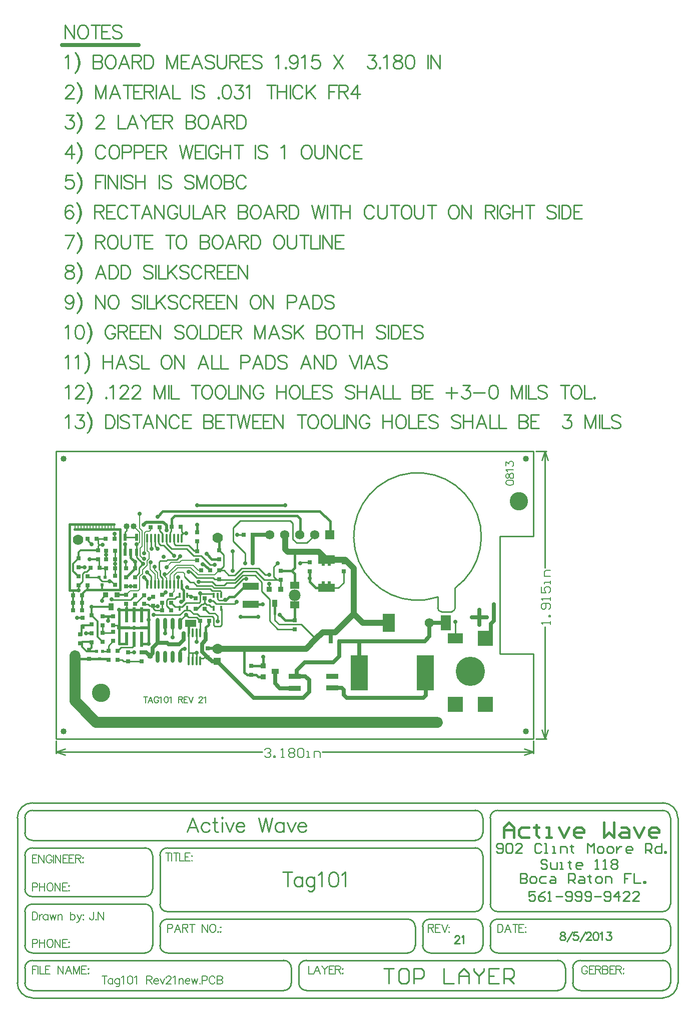
<source format=gtl>
%FSLAX25Y25*%
%MOIN*%
G70*
G01*
G75*
G04 Layer_Physical_Order=1*
G04 Layer_Color=255*
%ADD10R,0.08000X0.12000*%
%ADD11R,0.07000X0.10000*%
%ADD12R,0.11024X0.05512*%
%ADD13R,0.01378X0.03543*%
%ADD14R,0.01378X0.03543*%
%ADD15R,0.11811X0.23622*%
%ADD16R,0.03000X0.03000*%
%ADD17R,0.11000X0.04500*%
%ADD18R,0.03600X0.03600*%
%ADD19R,0.03600X0.05000*%
%ADD20R,0.02000X0.05000*%
%ADD21O,0.01600X0.06000*%
%ADD22R,0.02362X0.02362*%
%ADD23R,0.06299X0.05118*%
%ADD24O,0.01600X0.06000*%
%ADD25R,0.09000X0.02362*%
%ADD26R,0.02362X0.10000*%
%ADD27R,0.07000X0.02362*%
%ADD28R,0.02362X0.09000*%
%ADD29O,0.02400X0.08000*%
%ADD30R,0.10000X0.07000*%
%ADD31R,0.10000X0.10000*%
%ADD32C,0.01200*%
%ADD33R,0.03000X0.03000*%
%ADD34C,0.04000*%
%ADD35R,0.07400X0.04500*%
%ADD36R,0.03600X0.03600*%
%ADD37R,0.05000X0.03600*%
%ADD38R,0.08000X0.03500*%
%ADD39C,0.01000*%
%ADD40C,0.01500*%
%ADD41C,0.04000*%
%ADD42C,0.02500*%
%ADD43C,0.00600*%
%ADD44C,0.01600*%
%ADD45C,0.01400*%
%ADD46C,0.00800*%
%ADD47C,0.02000*%
%ADD48C,0.07400*%
%ADD49C,0.01200*%
%ADD50C,0.00900*%
%ADD51C,0.00500*%
%ADD52C,0.19500*%
%ADD53C,0.07000*%
%ADD54C,0.07800*%
%ADD55C,0.12200*%
%ADD56C,0.06200*%
%ADD57R,0.05000X0.05000*%
%ADD58R,0.06200X0.06200*%
%ADD59C,0.02800*%
G36*
X178000Y98300D02*
X180500D01*
Y92800D01*
X169500D01*
Y98300D01*
X172000D01*
Y99900D01*
X174100D01*
Y98300D01*
X176000D01*
Y99900D01*
X178000D01*
Y98300D01*
D02*
G37*
G36*
X180500Y111700D02*
X178000D01*
Y110100D01*
X175900D01*
Y111700D01*
X174000D01*
Y110100D01*
X172000D01*
Y111700D01*
X169500D01*
Y117200D01*
X180500D01*
Y111700D01*
D02*
G37*
D10*
X216802Y72202D02*
D03*
D11*
X254802D02*
D03*
D12*
X175000Y114449D02*
D03*
Y95551D02*
D03*
D13*
X82459Y90431D02*
D03*
X105159D02*
D03*
D14*
X82459Y81769D02*
D03*
X77341D02*
D03*
X79900Y90431D02*
D03*
X77341D02*
D03*
X100041D02*
D03*
X102600D02*
D03*
X100041Y81769D02*
D03*
X105159D02*
D03*
D15*
X196953Y39000D02*
D03*
X241047D02*
D03*
D16*
X125000Y37500D02*
D03*
Y43500D02*
D03*
X26100Y65500D02*
D03*
Y59500D02*
D03*
X103600Y101100D02*
D03*
Y107100D02*
D03*
X47600Y102600D02*
D03*
Y96600D02*
D03*
X154000Y74000D02*
D03*
Y68000D02*
D03*
X15900Y97200D02*
D03*
Y103200D02*
D03*
X103500Y120600D02*
D03*
Y114600D02*
D03*
X9900Y115200D02*
D03*
Y109200D02*
D03*
Y103200D02*
D03*
Y97200D02*
D03*
X11100Y64694D02*
D03*
Y58694D02*
D03*
X33100Y76600D02*
D03*
Y70600D02*
D03*
X144500Y101000D02*
D03*
Y107000D02*
D03*
X41600Y96600D02*
D03*
Y102600D02*
D03*
X186500Y106500D02*
D03*
Y112500D02*
D03*
X164000D02*
D03*
Y106500D02*
D03*
X96087Y49300D02*
D03*
Y55300D02*
D03*
X34200Y97500D02*
D03*
Y103500D02*
D03*
X22900Y114700D02*
D03*
Y120700D02*
D03*
X89000Y114000D02*
D03*
Y120000D02*
D03*
X17100Y48100D02*
D03*
Y54100D02*
D03*
X52041Y46659D02*
D03*
Y52659D02*
D03*
X89000Y126500D02*
D03*
Y132500D02*
D03*
X43041Y46659D02*
D03*
Y52659D02*
D03*
X33000Y60100D02*
D03*
Y66100D02*
D03*
X18500Y59100D02*
D03*
Y65100D02*
D03*
X18600Y71100D02*
D03*
Y77100D02*
D03*
X41600Y84800D02*
D03*
Y90800D02*
D03*
X59600Y83600D02*
D03*
Y89600D02*
D03*
X12500Y75500D02*
D03*
Y69500D02*
D03*
X26100Y76600D02*
D03*
Y70600D02*
D03*
D17*
X124500Y84500D02*
D03*
Y96500D02*
D03*
D18*
X144500Y94500D02*
D03*
X137020D02*
D03*
X28100Y90800D02*
D03*
X35600D02*
D03*
D19*
X140760Y85051D02*
D03*
X31800Y82800D02*
D03*
D20*
X48600Y119100D02*
D03*
X44800D02*
D03*
X48600Y129100D02*
D03*
X41100D02*
D03*
Y119100D02*
D03*
D21*
X60887Y97891D02*
D03*
X71123D02*
D03*
X58328Y128600D02*
D03*
X60887D02*
D03*
X76241D02*
D03*
X66005D02*
D03*
X58328Y97891D02*
D03*
X55769Y128600D02*
D03*
X78800D02*
D03*
X76241Y97891D02*
D03*
X73682D02*
D03*
X71123Y128600D02*
D03*
X68564Y97891D02*
D03*
X66005D02*
D03*
X73682Y128600D02*
D03*
X63446D02*
D03*
X78800Y97891D02*
D03*
X68564Y128600D02*
D03*
X63446Y97891D02*
D03*
X55769D02*
D03*
D22*
X22100Y53300D02*
D03*
X26037D02*
D03*
X24069Y48182D02*
D03*
X25668Y97382D02*
D03*
X27637Y102500D02*
D03*
X23700D02*
D03*
D23*
X154015Y84204D02*
D03*
Y97196D02*
D03*
D24*
X85982Y65400D02*
D03*
X91100Y46715D02*
D03*
X88541Y65400D02*
D03*
X91100D02*
D03*
X83423Y46715D02*
D03*
X88541D02*
D03*
X85982D02*
D03*
X83423Y65400D02*
D03*
D25*
X40107Y69032D02*
D03*
D26*
X42100Y77400D02*
D03*
X47100D02*
D03*
X52000Y77500D02*
D03*
X52100Y61194D02*
D03*
X47100D02*
D03*
D27*
X54307Y69032D02*
D03*
D28*
X42100Y61694D02*
D03*
D29*
X77800Y49500D02*
D03*
X67800Y71500D02*
D03*
X77800D02*
D03*
X72800D02*
D03*
X62800D02*
D03*
X72800Y49500D02*
D03*
X67800D02*
D03*
X62800D02*
D03*
D30*
X261000Y62000D02*
D03*
D31*
Y18000D02*
D03*
X281000D02*
D03*
Y62000D02*
D03*
D32*
X37600Y134500D02*
D03*
X3900Y137800D02*
D03*
D33*
X71500Y91000D02*
D03*
X65500D02*
D03*
X41600Y108600D02*
D03*
X47600D02*
D03*
X184000Y60000D02*
D03*
X178000D02*
D03*
X47600Y90600D02*
D03*
X53600D02*
D03*
X21900Y128100D02*
D03*
X15900D02*
D03*
X34200Y120300D02*
D03*
X28200D02*
D03*
X34200Y114500D02*
D03*
X28200D02*
D03*
X29900Y53400D02*
D03*
X35900D02*
D03*
X28200Y108500D02*
D03*
X34200D02*
D03*
X71500Y80500D02*
D03*
X65500D02*
D03*
X6400Y90400D02*
D03*
X12400D02*
D03*
X71500Y85500D02*
D03*
X65500D02*
D03*
X36041Y47659D02*
D03*
X30041D02*
D03*
X18000Y108800D02*
D03*
X24000D02*
D03*
X120000Y131000D02*
D03*
X126000D02*
D03*
X97600Y107100D02*
D03*
X91600D02*
D03*
X72100Y136100D02*
D03*
X78100D02*
D03*
X58000Y136000D02*
D03*
X64000D02*
D03*
X97000Y73500D02*
D03*
X91000D02*
D03*
X28100Y128100D02*
D03*
X34100D02*
D03*
X53500Y85000D02*
D03*
X47500D02*
D03*
X88000Y88500D02*
D03*
X94000D02*
D03*
X88000Y81500D02*
D03*
X94000D02*
D03*
X6400Y80500D02*
D03*
X12400D02*
D03*
X6400Y85500D02*
D03*
X12400D02*
D03*
D34*
X0Y0D02*
D03*
X308000Y181500D02*
D03*
X0D02*
D03*
X308000Y0D02*
D03*
X41900Y136400D02*
D03*
X46700D02*
D03*
X57600Y50200D02*
D03*
D35*
X84600Y71800D02*
D03*
D36*
X132900Y43700D02*
D03*
Y36200D02*
D03*
D37*
X140900Y39900D02*
D03*
D38*
X179000Y28750D02*
D03*
Y36450D02*
D03*
X154000Y28550D02*
D03*
Y36450D02*
D03*
D39*
X183051Y95551D02*
X186500Y99000D01*
X175000Y95551D02*
X183051D01*
X186500Y99000D02*
Y106500D01*
X66400Y91000D02*
X68000Y92600D01*
X65500Y91000D02*
X66400D01*
X41100Y129100D02*
X48600D01*
X140000Y103000D02*
X142000Y101000D01*
X144500D01*
X133500D02*
X142000D01*
X103950Y107100D02*
X106900D01*
X103600D02*
X103950D01*
X106600Y109750D01*
X115500Y131000D02*
X120000D01*
X73900Y88100D02*
X75200Y89400D01*
X69544Y88100D02*
X73900D01*
X68500Y87056D02*
X69544Y88100D01*
X68500Y83700D02*
Y87056D01*
X78800Y128600D02*
Y130800D01*
X41100Y129100D02*
Y132900D01*
X87100Y89400D02*
X88000Y88500D01*
X84900Y89400D02*
X87100D01*
X83869Y90431D02*
X84900Y89400D01*
X82459Y90431D02*
X83869D01*
X112500Y106800D02*
Y120000D01*
X157500Y112000D02*
X158000Y112500D01*
X164000D01*
X55500Y106000D02*
X58328Y103172D01*
Y97891D02*
Y103172D01*
X50400Y105400D02*
Y108900D01*
X53000Y111500D01*
X50400Y114000D02*
Y114100D01*
X50500Y114000D02*
X53000Y111500D01*
X57987Y112487D02*
X58013D01*
X140000Y103000D02*
Y109500D01*
X142500Y112000D01*
X106900Y107100D02*
X110000Y104000D01*
X261000Y62000D02*
Y73000D01*
X63446Y125100D02*
Y128600D01*
X103600Y106800D02*
Y107100D01*
X41100Y132900D02*
X41900Y133700D01*
Y136400D01*
X102600Y88000D02*
X103500Y87100D01*
X102600Y88000D02*
Y90431D01*
X97700Y86900D02*
X99800D01*
X101800Y84900D01*
X100800Y78600D02*
X102600Y76800D01*
Y73100D02*
Y76800D01*
X96900Y78600D02*
X100800D01*
Y70000D02*
X104300D01*
X90746Y76500D02*
X99100D01*
X99900Y75700D01*
X105159Y81769D02*
X105300Y81628D01*
Y71000D02*
Y81628D01*
X104300Y70000D02*
X105300Y71000D01*
X99900Y70900D02*
X100800Y70000D01*
X99900Y70900D02*
Y75700D01*
X98472Y82800D02*
X100000D01*
X96972Y84300D02*
X98472Y82800D01*
X94000Y85500D02*
X95200Y84300D01*
X96972D01*
X60887Y123113D02*
X62500Y121500D01*
X60887Y123113D02*
Y128600D01*
X58328Y121672D02*
Y128600D01*
X91100Y48500D02*
X93087D01*
X77300Y90390D02*
X77341Y90431D01*
X77300Y89400D02*
Y90390D01*
X75200Y89400D02*
X77300D01*
X94000Y85500D02*
Y88500D01*
X93000Y84500D02*
X94000Y85500D01*
X92100Y84500D02*
X93000D01*
X89100Y81500D02*
X92100Y84500D01*
X88000Y81500D02*
X89100D01*
X91100Y86100D02*
Y90900D01*
X81600Y85400D02*
X90400D01*
X91100Y86100D01*
X91700Y91500D02*
X100000D01*
X91100Y90900D02*
X91700Y91500D01*
X100000Y90472D02*
X100041Y90431D01*
X100000Y90472D02*
Y91500D01*
X79000Y82800D02*
X81600Y85400D01*
X77300Y77400D02*
X80500Y80600D01*
X86500Y78100D02*
X89146D01*
X84000Y80600D02*
X86500Y78100D01*
X94000Y81500D02*
X96900Y78600D01*
X89146Y78100D02*
X90746Y76500D01*
X83300Y75900D02*
X88800D01*
X81500Y77700D02*
X83300Y75900D01*
X48600Y115900D02*
X50400Y114100D01*
X72800Y62400D02*
X72800Y71500D01*
X77800D02*
Y74000D01*
X59600Y82000D02*
X61000Y80600D01*
X59600Y82000D02*
Y83600D01*
X31900Y87800D02*
X32000Y87700D01*
X44700D01*
X47600Y90600D01*
X48100Y85100D02*
X53600Y90600D01*
X47600Y85100D02*
X48100D01*
X16600Y102500D02*
X23700D01*
X15900Y103200D02*
X16600Y102500D01*
X47600Y102600D02*
X50400Y105400D01*
X33900Y128900D02*
Y131500D01*
X41200Y109000D02*
Y112800D01*
Y109000D02*
X41600Y108600D01*
X9900Y93900D02*
Y97200D01*
X18000Y108700D02*
Y108800D01*
X15900Y127300D02*
X18600Y124600D01*
X22100Y128100D02*
X22900Y127400D01*
Y114700D02*
X23700Y113900D01*
Y109100D02*
Y113900D01*
X24300Y108500D02*
X28200D01*
X27637Y107937D02*
X28200Y108500D01*
X27637Y102500D02*
Y107937D01*
X23700Y102000D02*
X25700Y100000D01*
X31700D02*
X34200Y97500D01*
X23700Y102000D02*
Y102500D01*
X25700Y88400D02*
X28100Y90800D01*
X25700Y87000D02*
Y88400D01*
X41600Y84800D02*
X42087Y84313D01*
X93087Y48500D02*
X93887Y49300D01*
X43041Y52659D02*
X47041D01*
X39041Y47659D02*
X40041Y46659D01*
X36041Y47659D02*
X39041D01*
X29518Y48182D02*
X30041Y47659D01*
X88541Y59659D02*
Y65400D01*
X33100Y70600D02*
X36900D01*
X33100Y76600D02*
X33100Y76600D01*
X26100Y65500D02*
Y70600D01*
X32400Y65500D02*
X33000Y66100D01*
X26100Y65500D02*
X32400D01*
X29900Y57000D02*
X33000Y60100D01*
X47100Y57300D02*
Y59194D01*
X45600Y55800D02*
X47100Y57300D01*
X38300Y55800D02*
X45600D01*
X35900Y53400D02*
X38300Y55800D01*
X88541Y46715D02*
Y52215D01*
X85982Y46715D02*
Y52156D01*
X144500Y94500D02*
Y101000D01*
X9900Y97200D02*
X12728Y100028D01*
Y105012D01*
X13909Y106193D01*
X15393D01*
X18000Y108800D01*
X22900Y125154D02*
Y127400D01*
Y123451D02*
X23752Y124303D01*
X22900Y125154D02*
X23752Y124303D01*
X22900Y120700D02*
Y123451D01*
X22100Y128100D02*
X28100D01*
X23752Y124303D02*
X26011D01*
X26114Y124200D01*
X71800Y133200D02*
Y135800D01*
X72100Y136100D01*
X78100D02*
X78800Y135400D01*
X137020Y94500D02*
Y98280D01*
X137000Y98300D02*
X137020Y98280D01*
X142600Y68000D02*
X154000D01*
X137200Y73400D02*
X142600Y68000D01*
X137200Y73400D02*
Y88000D01*
X60000Y77400D02*
X77300D01*
X77800Y74000D02*
X81500Y77700D01*
X54200Y84500D02*
X56300D01*
X57200Y83600D01*
X59600D01*
X57100Y88100D02*
X58600Y89600D01*
X59600D01*
X103500Y120600D02*
X106600Y117500D01*
Y109750D02*
Y117500D01*
X79800Y131800D02*
X81700D01*
X78800Y132800D02*
Y135400D01*
Y130800D02*
X79800Y131800D01*
X78800Y132800D02*
X79800Y131800D01*
X103600Y101100D02*
X103700Y101000D01*
X100700Y101100D02*
X103600D01*
X140760Y73940D02*
Y85051D01*
Y73940D02*
X143600Y71100D01*
X158400D01*
X152600Y128000D02*
Y138500D01*
Y128000D02*
X155200Y125400D01*
X151000Y140100D02*
X152600Y138500D01*
X34200Y103500D02*
Y108500D01*
Y111400D01*
Y114500D01*
Y120300D01*
X24000Y108800D02*
X24300Y108500D01*
X23700Y109100D02*
X24000Y108800D01*
X40041Y46659D02*
X43041D01*
X52041D01*
X6400Y88700D02*
Y90400D01*
Y93900D01*
X25700Y100000D02*
X30800D01*
X31700D01*
X29900Y53300D02*
Y53400D01*
Y57000D01*
X48600Y115900D02*
Y119100D01*
Y124400D01*
X41600Y96600D02*
X44600D01*
X47600D01*
X93887Y49300D02*
X96087D01*
X36900Y70600D02*
X37100Y70800D01*
X42087Y80800D02*
Y84313D01*
X83423Y46715D02*
Y52215D01*
Y65400D01*
X47100Y80800D02*
X47587Y81287D01*
X15900Y127300D02*
Y128100D01*
Y128400D01*
X28200Y114500D02*
Y117500D01*
Y120300D01*
X85982Y52156D02*
X86041Y52215D01*
X83423D02*
X86041D01*
X88541D01*
X158400Y71100D02*
X168000Y61500D01*
X113000Y126500D02*
Y135500D01*
X117600Y140100D01*
X151000D01*
X118500Y108500D02*
X130000D01*
X114000Y104000D02*
X118500Y108500D01*
X110000Y104000D02*
X114000D01*
X130000Y108500D02*
X134200Y104300D01*
X137000D01*
X119500Y106500D02*
X128000D01*
X103700Y101000D02*
X114000D01*
X119500Y106500D01*
X128000D02*
X133500Y101000D01*
X127500Y104000D02*
X132135Y99365D01*
X119300Y104000D02*
X127500D01*
X132135Y93065D02*
Y99365D01*
Y93065D02*
X137200Y88000D01*
X121000Y112000D02*
Y118500D01*
X113000Y126500D02*
X121000Y118500D01*
X119500Y101500D02*
X121500D01*
X65500Y80500D02*
Y80600D01*
Y85500D01*
X155200Y125400D02*
X161900D01*
X167500Y131000D01*
X26037Y53300D02*
X29900D01*
X48400Y119100D02*
Y120200D01*
X80500Y80600D02*
X82459D01*
X84000D01*
X68500Y83700D02*
X71600Y80600D01*
Y85600D02*
X74400Y82800D01*
X77341D01*
X79000D01*
X76241Y97891D02*
Y102541D01*
X68500Y128536D02*
X68564Y128600D01*
X103600Y106750D02*
X103775Y106925D01*
X103950Y107100D01*
X66005Y97891D02*
Y101995D01*
X80600Y102800D02*
X84300Y99100D01*
X105159Y90431D02*
Y92641D01*
X91100Y65400D02*
Y73500D01*
Y73600D01*
X113900Y84900D02*
X115300Y86300D01*
X101800Y84900D02*
X113900D01*
X60000Y83200D02*
X62600D01*
X59600Y83600D02*
X60000Y83200D01*
X53600Y85100D02*
X54200Y84500D01*
X61000Y80600D02*
X65500D01*
X65600D01*
X103500Y87100D02*
X107800D01*
X89000Y120000D02*
Y126500D01*
X91700Y117000D02*
X97800Y110900D01*
X100600D01*
X73682Y124818D02*
Y128600D01*
Y124818D02*
X74600Y123900D01*
X87000Y120100D02*
X88900D01*
X74600Y123900D02*
X83200D01*
X87000Y120100D01*
X86600Y117000D02*
X91700D01*
X81900Y121700D02*
X86600Y117000D01*
X88800Y75900D02*
X91100Y73600D01*
X71123Y128600D02*
Y132523D01*
X71800Y133200D01*
X64000Y133500D02*
Y136000D01*
Y133500D02*
X66005Y131495D01*
Y128600D02*
Y131495D01*
X71900Y121700D02*
X81900D01*
X68564Y125036D02*
Y128600D01*
Y125036D02*
X71900Y121700D01*
X66610Y123990D02*
X73600Y117000D01*
X63446Y125100D02*
X64555Y123990D01*
X66610D01*
X104200Y93600D02*
X105159Y92641D01*
X113500Y95500D02*
X119500Y101500D01*
X84300Y99100D02*
X86600D01*
X83300Y106200D02*
X84800D01*
X88700Y102300D01*
X99500D01*
X100700Y101100D01*
X100200Y95500D02*
X113500D01*
X114300Y99000D02*
X119300Y104000D01*
X108700Y99000D02*
X114300D01*
X101300Y97300D02*
X107000D01*
X108700Y99000D01*
X98935Y99665D02*
X101300Y97300D01*
X89835Y99665D02*
X98935D01*
X98700Y97000D02*
X100200Y95500D01*
X86600Y99100D02*
X88700Y97000D01*
X98700D01*
X99000Y93600D02*
X104200D01*
X97700Y94900D02*
X99000Y93600D01*
X82400Y95800D02*
X83300Y94900D01*
X97700D01*
X64487Y103513D02*
X66005Y101995D01*
X64487Y103513D02*
Y106813D01*
X75300Y114300D02*
X77600Y116600D01*
X64400Y113400D02*
X68300D01*
X63500Y107800D02*
X64487Y106813D01*
X63500Y107800D02*
Y112500D01*
X64400Y113400D01*
X68300D02*
X69200Y114300D01*
X75300D01*
X213261Y-157970D02*
X219925D01*
X216593D01*
Y-167967D01*
X228256Y-157970D02*
X224923D01*
X223257Y-159636D01*
Y-166301D01*
X224923Y-167967D01*
X228256D01*
X229922Y-166301D01*
Y-159636D01*
X228256Y-157970D01*
X233254Y-167967D02*
Y-157970D01*
X238253D01*
X239919Y-159636D01*
Y-162969D01*
X238253Y-164635D01*
X233254D01*
X253248Y-157970D02*
Y-167967D01*
X259912D01*
X263245D02*
Y-161302D01*
X266577Y-157970D01*
X269909Y-161302D01*
Y-167967D01*
Y-162969D01*
X263245D01*
X273241Y-157970D02*
Y-159636D01*
X276573Y-162969D01*
X279906Y-159636D01*
Y-157970D01*
X276573Y-162969D02*
Y-167967D01*
X289902Y-157970D02*
X283238D01*
Y-167967D01*
X289902D01*
X283238Y-162969D02*
X286570D01*
X293235Y-167967D02*
Y-157970D01*
X298233D01*
X299899Y-159636D01*
Y-162969D01*
X298233Y-164635D01*
X293235D01*
X296567D02*
X299899Y-167967D01*
X313000Y-14900D02*
Y-6500D01*
X-5000Y-14900D02*
Y-6500D01*
X172494Y-13900D02*
X313000D01*
X-5000D02*
X132306D01*
X307000Y-11900D02*
X313000Y-13900D01*
X307000Y-15900D02*
X313000Y-13900D01*
X-5000D02*
X1000Y-15900D01*
X-5000Y-13900D02*
X1000Y-11900D01*
X314500Y186500D02*
X321600D01*
X314500Y-5000D02*
X321600D01*
X320600Y108744D02*
Y186500D01*
Y-5000D02*
Y69556D01*
X318600Y180500D02*
X320600Y186500D01*
X322600Y180500D01*
X320600Y-5000D02*
X322600Y1000D01*
X318600D02*
X320600Y-5000D01*
X260785Y95320D02*
G03*
X249300Y89401I-24985J34380D01*
G01*
X249300Y82000D02*
G03*
X251600Y79700I2300J0D01*
G01*
X258500D02*
G03*
X260800Y82000I0J2300D01*
G01*
X249300D02*
Y89400D01*
X251600Y79700D02*
X258500D01*
X260800Y82000D02*
Y95300D01*
X-5000Y186500D02*
X313000D01*
Y130000D02*
Y186500D01*
X290500Y51400D02*
Y130000D01*
X313000Y-5000D02*
Y51400D01*
X-5000Y-5000D02*
Y186500D01*
X290500Y51400D02*
X313000D01*
X290500Y130000D02*
X313000D01*
X-5000Y-5000D02*
X313000D01*
X404192Y-130118D02*
G03*
X399292Y-125218I-4900J0D01*
G01*
X289192D02*
G03*
X284192Y-130218I0J-5000D01*
G01*
X399192Y-120218D02*
G03*
X404192Y-115218I0J5000D01*
G01*
X284192D02*
G03*
X289192Y-120218I5000J0D01*
G01*
X-20808Y-47718D02*
G03*
X-30808Y-57718I0J-10000D01*
G01*
Y-167618D02*
G03*
X-20884Y-177716I10100J0D01*
G01*
X399192Y-177718D02*
G03*
X409192Y-167718I0J10000D01*
G01*
Y-57718D02*
G03*
X399192Y-47718I-10000J0D01*
G01*
X404192Y-57618D02*
G03*
X399121Y-52721I-4900J0D01*
G01*
X399192Y-147718D02*
G03*
X404192Y-142718I0J5000D01*
G01*
X404192Y-157630D02*
G03*
X399192Y-152717I-5000J-87D01*
G01*
Y-172718D02*
G03*
X404192Y-167718I0J5000D01*
G01*
X274192Y-147718D02*
G03*
X279192Y-142718I0J5000D01*
G01*
X284192Y-142818D02*
G03*
X289177Y-147717I4900J0D01*
G01*
X279192Y-130118D02*
G03*
X274292Y-125218I-4900J0D01*
G01*
X-25808Y-167718D02*
G03*
X-20895Y-172717I5000J0D01*
G01*
X274279Y-120218D02*
G03*
X279193Y-115218I-87J5000D01*
G01*
X-20808Y-152718D02*
G03*
X-25808Y-157718I0J-5000D01*
G01*
X279192Y-82718D02*
G03*
X274192Y-77718I-5000J0D01*
G01*
Y-72718D02*
G03*
X279192Y-67718I0J5000D01*
G01*
X289192Y-52718D02*
G03*
X284192Y-57718I0J-5000D01*
G01*
X279192D02*
G03*
X274192Y-52718I-5000J0D01*
G01*
X-20808D02*
G03*
X-25808Y-57718I0J-5000D01*
G01*
Y-67718D02*
G03*
X-20808Y-72718I5000J0D01*
G01*
Y-77718D02*
G03*
X-25808Y-82718I0J-5000D01*
G01*
Y-105218D02*
G03*
X-20808Y-110218I5000J0D01*
G01*
Y-115218D02*
G03*
X-25808Y-120218I0J-5000D01*
G01*
Y-142718D02*
G03*
X-20895Y-147717I5000J0D01*
G01*
X69192Y-77718D02*
G03*
X64192Y-82718I0J-5000D01*
G01*
X69192Y-125218D02*
G03*
X64192Y-130218I0J-5000D01*
G01*
X243992Y-125218D02*
G03*
X239199Y-130269I0J-4800D01*
G01*
X239192Y-142618D02*
G03*
X244203Y-147717I5100J0D01*
G01*
X229292Y-147718D02*
G03*
X234191Y-142732I0J4900D01*
G01*
X234192Y-130118D02*
G03*
X229292Y-125218I-4900J0D01*
G01*
X54292Y-147718D02*
G03*
X59192Y-142818I0J4900D01*
G01*
X64192D02*
G03*
X69092Y-147718I4900J0D01*
G01*
X64192Y-115318D02*
G03*
X69092Y-120218I4900J0D01*
G01*
X59192Y-120118D02*
G03*
X54121Y-115221I-4900J0D01*
G01*
X54392Y-110218D02*
G03*
X59192Y-105418I0J4800D01*
G01*
Y-82618D02*
G03*
X54292Y-77718I-4900J0D01*
G01*
X344192Y-152718D02*
G03*
X339192Y-157718I0J-5000D01*
G01*
Y-167818D02*
G03*
X344178Y-172717I4900J0D01*
G01*
X329308Y-172718D02*
G03*
X334190Y-167750I84J4800D01*
G01*
X334192Y-157718D02*
G03*
X329192Y-152718I-5000J0D01*
G01*
X156692Y-167718D02*
G03*
X161605Y-172717I5000J0D01*
G01*
X161692Y-152718D02*
G03*
X156692Y-157718I0J-5000D01*
G01*
X146808Y-172718D02*
G03*
X151690Y-167750I84J4800D01*
G01*
X151692Y-157718D02*
G03*
X146692Y-152718I-5000J0D01*
G01*
X404192Y-142718D02*
Y-130118D01*
X284192Y-142718D02*
Y-130218D01*
X404192Y-115218D02*
Y-57718D01*
X284192Y-115218D02*
Y-57718D01*
X-30808Y-167718D02*
Y-57718D01*
X-25808Y-167718D02*
Y-157718D01*
X404192Y-167718D02*
Y-157718D01*
X279192Y-142718D02*
Y-130218D01*
X239192Y-142718D02*
Y-130218D01*
X64192Y-142718D02*
Y-130218D01*
X234192Y-142718D02*
Y-130218D01*
X64192Y-115218D02*
Y-82718D01*
X279192Y-115218D02*
Y-82718D01*
Y-67718D02*
Y-57718D01*
X-25808Y-67718D02*
Y-57718D01*
X59192Y-105218D02*
Y-82718D01*
X-25808Y-105218D02*
Y-82718D01*
X59192Y-142718D02*
Y-120218D01*
X-25808Y-142718D02*
Y-120218D01*
X409192Y-167718D02*
Y-57718D01*
X339192Y-167718D02*
Y-157718D01*
X334192Y-167718D02*
Y-157718D01*
X156692Y-167718D02*
Y-157718D01*
X151692Y-167718D02*
Y-157718D01*
X289192Y-125218D02*
X399192D01*
X289192Y-120218D02*
X399192D01*
X69192D02*
X274192D01*
X289192Y-52718D02*
X399192D01*
X289192Y-147718D02*
X399192D01*
X244192Y-125218D02*
X274192D01*
X244192Y-147718D02*
X274192D01*
X69192D02*
X229192D01*
X69192Y-125218D02*
X229192D01*
X69192Y-77718D02*
X274192D01*
X-20808Y-72718D02*
X274192D01*
X-20808Y-77718D02*
X54192D01*
X-20808Y-110218D02*
X54192D01*
X-20808Y-115218D02*
X54192D01*
X-20808Y-147718D02*
X54192D01*
X-20808Y-47718D02*
X399192D01*
X-20808Y-177718D02*
X399192D01*
X-20808Y-52718D02*
X274192D01*
X344192Y-152718D02*
X399192D01*
X344192Y-172718D02*
X399192D01*
X161692Y-152718D02*
X329192D01*
X-20808D02*
X146692D01*
X-20808Y-172718D02*
X146692D01*
X161692D02*
X329192D01*
X322117Y-86358D02*
X321051Y-85292D01*
X318919D01*
X317852Y-86358D01*
Y-87424D01*
X318919Y-88491D01*
X321051D01*
X322117Y-89557D01*
Y-90623D01*
X321051Y-91690D01*
X318919D01*
X317852Y-90623D01*
X324250Y-87424D02*
Y-90623D01*
X325317Y-91690D01*
X328516D01*
Y-87424D01*
X330648Y-91690D02*
X332781D01*
X331714D01*
Y-87424D01*
X330648D01*
X337046Y-86358D02*
Y-87424D01*
X335980D01*
X338112D01*
X337046D01*
Y-90623D01*
X338112Y-91690D01*
X344510D02*
X342378D01*
X341311Y-90623D01*
Y-88491D01*
X342378Y-87424D01*
X344510D01*
X345577Y-88491D01*
Y-89557D01*
X341311D01*
X354107Y-91690D02*
X356240D01*
X355173D01*
Y-85292D01*
X354107Y-86358D01*
X359439Y-91690D02*
X361571D01*
X360505D01*
Y-85292D01*
X359439Y-86358D01*
X364770D02*
X365837Y-85292D01*
X367969D01*
X369036Y-86358D01*
Y-87424D01*
X367969Y-88491D01*
X369036Y-89557D01*
Y-90623D01*
X367969Y-91690D01*
X365837D01*
X364770Y-90623D01*
Y-89557D01*
X365837Y-88491D01*
X364770Y-87424D01*
Y-86358D01*
X365837Y-88491D02*
X367969D01*
X314118Y-106792D02*
X309852D01*
Y-109991D01*
X311985Y-108924D01*
X313051D01*
X314118Y-109991D01*
Y-112123D01*
X313051Y-113190D01*
X310919D01*
X309852Y-112123D01*
X320515Y-106792D02*
X318383Y-107858D01*
X316250Y-109991D01*
Y-112123D01*
X317317Y-113190D01*
X319449D01*
X320515Y-112123D01*
Y-111057D01*
X319449Y-109991D01*
X316250D01*
X322648Y-113190D02*
X324781D01*
X323714D01*
Y-106792D01*
X322648Y-107858D01*
X327980Y-109991D02*
X332245D01*
X334378Y-112123D02*
X335444Y-113190D01*
X337577D01*
X338643Y-112123D01*
Y-107858D01*
X337577Y-106792D01*
X335444D01*
X334378Y-107858D01*
Y-108924D01*
X335444Y-109991D01*
X338643D01*
X340776Y-112123D02*
X341842Y-113190D01*
X343974D01*
X345041Y-112123D01*
Y-107858D01*
X343974Y-106792D01*
X341842D01*
X340776Y-107858D01*
Y-108924D01*
X341842Y-109991D01*
X345041D01*
X347174Y-112123D02*
X348240Y-113190D01*
X350373D01*
X351439Y-112123D01*
Y-107858D01*
X350373Y-106792D01*
X348240D01*
X347174Y-107858D01*
Y-108924D01*
X348240Y-109991D01*
X351439D01*
X353571D02*
X357837D01*
X359969Y-112123D02*
X361036Y-113190D01*
X363168D01*
X364235Y-112123D01*
Y-107858D01*
X363168Y-106792D01*
X361036D01*
X359969Y-107858D01*
Y-108924D01*
X361036Y-109991D01*
X364235D01*
X369566Y-113190D02*
Y-106792D01*
X366367Y-109991D01*
X370633D01*
X377030Y-113190D02*
X372765D01*
X377030Y-108924D01*
Y-107858D01*
X375964Y-106792D01*
X373832D01*
X372765Y-107858D01*
X383428Y-113190D02*
X379163D01*
X383428Y-108924D01*
Y-107858D01*
X382362Y-106792D01*
X380229D01*
X379163Y-107858D01*
X288352Y-80123D02*
X289419Y-81190D01*
X291551D01*
X292618Y-80123D01*
Y-75858D01*
X291551Y-74792D01*
X289419D01*
X288352Y-75858D01*
Y-76925D01*
X289419Y-77991D01*
X292618D01*
X294750Y-75858D02*
X295816Y-74792D01*
X297949D01*
X299015Y-75858D01*
Y-80123D01*
X297949Y-81190D01*
X295816D01*
X294750Y-80123D01*
Y-75858D01*
X305413Y-81190D02*
X301148D01*
X305413Y-76925D01*
Y-75858D01*
X304347Y-74792D01*
X302214D01*
X301148Y-75858D01*
X318209D02*
X317143Y-74792D01*
X315010D01*
X313944Y-75858D01*
Y-80123D01*
X315010Y-81190D01*
X317143D01*
X318209Y-80123D01*
X320342Y-81190D02*
X322475D01*
X321408D01*
Y-74792D01*
X320342D01*
X325674Y-81190D02*
X327806D01*
X326740D01*
Y-76925D01*
X325674D01*
X331005Y-81190D02*
Y-76925D01*
X334204D01*
X335270Y-77991D01*
Y-81190D01*
X338469Y-75858D02*
Y-76925D01*
X337403D01*
X339536D01*
X338469D01*
Y-80123D01*
X339536Y-81190D01*
X349133D02*
Y-74792D01*
X351265Y-76925D01*
X353398Y-74792D01*
Y-81190D01*
X356597D02*
X358730D01*
X359796Y-80123D01*
Y-77991D01*
X358730Y-76925D01*
X356597D01*
X355531Y-77991D01*
Y-80123D01*
X356597Y-81190D01*
X362995D02*
X365127D01*
X366194Y-80123D01*
Y-77991D01*
X365127Y-76925D01*
X362995D01*
X361928Y-77991D01*
Y-80123D01*
X362995Y-81190D01*
X368326Y-76925D02*
Y-81190D01*
Y-79057D01*
X369393Y-77991D01*
X370459Y-76925D01*
X371525D01*
X377923Y-81190D02*
X375791D01*
X374724Y-80123D01*
Y-77991D01*
X375791Y-76925D01*
X377923D01*
X378990Y-77991D01*
Y-79057D01*
X374724D01*
X387520Y-81190D02*
Y-74792D01*
X390719D01*
X391785Y-75858D01*
Y-77991D01*
X390719Y-79057D01*
X387520D01*
X389653D02*
X391785Y-81190D01*
X398183Y-74792D02*
Y-81190D01*
X394984D01*
X393918Y-80123D01*
Y-77991D01*
X394984Y-76925D01*
X398183D01*
X400316Y-81190D02*
Y-80123D01*
X401382D01*
Y-81190D01*
X400316D01*
X304352Y-94792D02*
Y-101190D01*
X307551D01*
X308617Y-100123D01*
Y-99057D01*
X307551Y-97991D01*
X304352D01*
X307551D01*
X308617Y-96925D01*
Y-95858D01*
X307551Y-94792D01*
X304352D01*
X311817Y-101190D02*
X313949D01*
X315016Y-100123D01*
Y-97991D01*
X313949Y-96925D01*
X311817D01*
X310750Y-97991D01*
Y-100123D01*
X311817Y-101190D01*
X321413Y-96925D02*
X318214D01*
X317148Y-97991D01*
Y-100123D01*
X318214Y-101190D01*
X321413D01*
X324612Y-96925D02*
X326745D01*
X327811Y-97991D01*
Y-101190D01*
X324612D01*
X323546Y-100123D01*
X324612Y-99057D01*
X327811D01*
X336342Y-101190D02*
Y-94792D01*
X339541D01*
X340607Y-95858D01*
Y-97991D01*
X339541Y-99057D01*
X336342D01*
X338474D02*
X340607Y-101190D01*
X343806Y-96925D02*
X345939D01*
X347005Y-97991D01*
Y-101190D01*
X343806D01*
X342740Y-100123D01*
X343806Y-99057D01*
X347005D01*
X350204Y-95858D02*
Y-96925D01*
X349138D01*
X351270D01*
X350204D01*
Y-100123D01*
X351270Y-101190D01*
X355536D02*
X357668D01*
X358735Y-100123D01*
Y-97991D01*
X357668Y-96925D01*
X355536D01*
X354469Y-97991D01*
Y-100123D01*
X355536Y-101190D01*
X360867D02*
Y-96925D01*
X364066D01*
X365133Y-97991D01*
Y-101190D01*
X377928Y-94792D02*
X373663D01*
Y-97991D01*
X375796D01*
X373663D01*
Y-101190D01*
X380061Y-94792D02*
Y-101190D01*
X384326D01*
X386459D02*
Y-100123D01*
X387525D01*
Y-101190D01*
X386459D01*
X1060Y228934D02*
X1917Y229363D01*
X3202Y230648D01*
Y221650D01*
X8087Y228506D02*
Y228934D01*
X8515Y229791D01*
X8944Y230220D01*
X9801Y230648D01*
X11514D01*
X12371Y230220D01*
X12800Y229791D01*
X13228Y228934D01*
Y228077D01*
X12800Y227220D01*
X11943Y225935D01*
X7658Y221650D01*
X13657D01*
X15671Y232362D02*
X16528Y231505D01*
X17385Y230220D01*
X18242Y228506D01*
X18670Y226363D01*
Y224649D01*
X18242Y222507D01*
X17385Y220793D01*
X16528Y219508D01*
X15671Y218651D01*
X16528Y231505D02*
X17385Y229791D01*
X17813Y228506D01*
X18242Y226363D01*
Y224649D01*
X17813Y222507D01*
X17385Y221221D01*
X16528Y219508D01*
X28354Y222507D02*
X27925Y222078D01*
X28354Y221650D01*
X28782Y222078D01*
X28354Y222507D01*
X30753Y228934D02*
X31610Y229363D01*
X32896Y230648D01*
Y221650D01*
X37780Y228506D02*
Y228934D01*
X38209Y229791D01*
X38637Y230220D01*
X39494Y230648D01*
X41208D01*
X42065Y230220D01*
X42494Y229791D01*
X42922Y228934D01*
Y228077D01*
X42494Y227220D01*
X41637Y225935D01*
X37352Y221650D01*
X43351D01*
X45793Y228506D02*
Y228934D01*
X46221Y229791D01*
X46650Y230220D01*
X47507Y230648D01*
X49221D01*
X50078Y230220D01*
X50506Y229791D01*
X50935Y228934D01*
Y228077D01*
X50506Y227220D01*
X49649Y225935D01*
X45364Y221650D01*
X51363D01*
X60447Y230648D02*
Y221650D01*
Y230648D02*
X63875Y221650D01*
X67303Y230648D02*
X63875Y221650D01*
X67303Y230648D02*
Y221650D01*
X69873Y230648D02*
Y221650D01*
X71759Y230648D02*
Y221650D01*
X76901D01*
X87955Y230648D02*
Y221650D01*
X84956Y230648D02*
X90955D01*
X94597D02*
X93740Y230220D01*
X92883Y229363D01*
X92454Y228506D01*
X92026Y227220D01*
Y225078D01*
X92454Y223792D01*
X92883Y222935D01*
X93740Y222078D01*
X94597Y221650D01*
X96311D01*
X97168Y222078D01*
X98025Y222935D01*
X98453Y223792D01*
X98882Y225078D01*
Y227220D01*
X98453Y228506D01*
X98025Y229363D01*
X97168Y230220D01*
X96311Y230648D01*
X94597D01*
X103552D02*
X102695Y230220D01*
X101838Y229363D01*
X101410Y228506D01*
X100981Y227220D01*
Y225078D01*
X101410Y223792D01*
X101838Y222935D01*
X102695Y222078D01*
X103552Y221650D01*
X105266D01*
X106123Y222078D01*
X106980Y222935D01*
X107408Y223792D01*
X107837Y225078D01*
Y227220D01*
X107408Y228506D01*
X106980Y229363D01*
X106123Y230220D01*
X105266Y230648D01*
X103552D01*
X109936D02*
Y221650D01*
X115078D01*
X116064Y230648D02*
Y221650D01*
X117949Y230648D02*
Y221650D01*
Y230648D02*
X123948Y221650D01*
Y230648D02*
Y221650D01*
X132860Y228506D02*
X132431Y229363D01*
X131574Y230220D01*
X130718Y230648D01*
X129004D01*
X128147Y230220D01*
X127290Y229363D01*
X126861Y228506D01*
X126433Y227220D01*
Y225078D01*
X126861Y223792D01*
X127290Y222935D01*
X128147Y222078D01*
X129004Y221650D01*
X130718D01*
X131574Y222078D01*
X132431Y222935D01*
X132860Y223792D01*
Y225078D01*
X130718D02*
X132860D01*
X141987Y230648D02*
Y221650D01*
X147985Y230648D02*
Y221650D01*
X141987Y226363D02*
X147985D01*
X153041Y230648D02*
X152184Y230220D01*
X151327Y229363D01*
X150899Y228506D01*
X150470Y227220D01*
Y225078D01*
X150899Y223792D01*
X151327Y222935D01*
X152184Y222078D01*
X153041Y221650D01*
X154755D01*
X155612Y222078D01*
X156469Y222935D01*
X156898Y223792D01*
X157326Y225078D01*
Y227220D01*
X156898Y228506D01*
X156469Y229363D01*
X155612Y230220D01*
X154755Y230648D01*
X153041D01*
X159426D02*
Y221650D01*
X164567D01*
X171123Y230648D02*
X165553D01*
Y221650D01*
X171123D01*
X165553Y226363D02*
X168981D01*
X178622Y229363D02*
X177765Y230220D01*
X176479Y230648D01*
X174765D01*
X173480Y230220D01*
X172623Y229363D01*
Y228506D01*
X173051Y227649D01*
X173480Y227220D01*
X174337Y226792D01*
X176908Y225935D01*
X177765Y225506D01*
X178193Y225078D01*
X178622Y224221D01*
Y222935D01*
X177765Y222078D01*
X176479Y221650D01*
X174765D01*
X173480Y222078D01*
X172623Y222935D01*
X193704Y229363D02*
X192847Y230220D01*
X191562Y230648D01*
X189848D01*
X188562Y230220D01*
X187705Y229363D01*
Y228506D01*
X188134Y227649D01*
X188562Y227220D01*
X189419Y226792D01*
X191990Y225935D01*
X192847Y225506D01*
X193276Y225078D01*
X193704Y224221D01*
Y222935D01*
X192847Y222078D01*
X191562Y221650D01*
X189848D01*
X188562Y222078D01*
X187705Y222935D01*
X195718Y230648D02*
Y221650D01*
X201717Y230648D02*
Y221650D01*
X195718Y226363D02*
X201717D01*
X211057Y221650D02*
X207630Y230648D01*
X204202Y221650D01*
X205487Y224649D02*
X209772D01*
X213157Y230648D02*
Y221650D01*
X218299D01*
X219284Y230648D02*
Y221650D01*
X224426D01*
X232482Y230648D02*
Y221650D01*
Y230648D02*
X236338D01*
X237623Y230220D01*
X238052Y229791D01*
X238480Y228934D01*
Y228077D01*
X238052Y227220D01*
X237623Y226792D01*
X236338Y226363D01*
X232482D02*
X236338D01*
X237623Y225935D01*
X238052Y225506D01*
X238480Y224649D01*
Y223364D01*
X238052Y222507D01*
X237623Y222078D01*
X236338Y221650D01*
X232482D01*
X246064Y230648D02*
X240494D01*
Y221650D01*
X246064D01*
X240494Y226363D02*
X243922D01*
X258490Y229363D02*
Y221650D01*
X254634Y225506D02*
X262347D01*
X265860Y230648D02*
X270573D01*
X268002Y227220D01*
X269288D01*
X270145Y226792D01*
X270573Y226363D01*
X271002Y225078D01*
Y224221D01*
X270573Y222935D01*
X269716Y222078D01*
X268431Y221650D01*
X267145D01*
X265860Y222078D01*
X265432Y222507D01*
X265003Y223364D01*
X273016Y225506D02*
X280728D01*
X285956Y230648D02*
X284670Y230220D01*
X283813Y228934D01*
X283385Y226792D01*
Y225506D01*
X283813Y223364D01*
X284670Y222078D01*
X285956Y221650D01*
X286813D01*
X288098Y222078D01*
X288955Y223364D01*
X289384Y225506D01*
Y226792D01*
X288955Y228934D01*
X288098Y230220D01*
X286813Y230648D01*
X285956D01*
X298467D02*
Y221650D01*
Y230648D02*
X301895Y221650D01*
X305323Y230648D02*
X301895Y221650D01*
X305323Y230648D02*
Y221650D01*
X307894Y230648D02*
Y221650D01*
X309779Y230648D02*
Y221650D01*
X314921D01*
X321905Y229363D02*
X321048Y230220D01*
X319763Y230648D01*
X318049D01*
X316763Y230220D01*
X315906Y229363D01*
Y228506D01*
X316335Y227649D01*
X316763Y227220D01*
X317620Y226792D01*
X320191Y225935D01*
X321048Y225506D01*
X321477Y225078D01*
X321905Y224221D01*
Y222935D01*
X321048Y222078D01*
X319763Y221650D01*
X318049D01*
X316763Y222078D01*
X315906Y222935D01*
X333988Y230648D02*
Y221650D01*
X330989Y230648D02*
X336988D01*
X340630D02*
X339773Y230220D01*
X338916Y229363D01*
X338487Y228506D01*
X338059Y227220D01*
Y225078D01*
X338487Y223792D01*
X338916Y222935D01*
X339773Y222078D01*
X340630Y221650D01*
X342344D01*
X343201Y222078D01*
X344057Y222935D01*
X344486Y223792D01*
X344915Y225078D01*
Y227220D01*
X344486Y228506D01*
X344057Y229363D01*
X343201Y230220D01*
X342344Y230648D01*
X340630D01*
X347014D02*
Y221650D01*
X352156D01*
X353570Y222507D02*
X353141Y222078D01*
X353570Y221650D01*
X353998Y222078D01*
X353570Y222507D01*
X960Y448834D02*
X1817Y449263D01*
X3102Y450548D01*
Y441550D01*
X7558Y452262D02*
X8415Y451405D01*
X9272Y450120D01*
X10129Y448406D01*
X10558Y446263D01*
Y444549D01*
X10129Y442407D01*
X9272Y440693D01*
X8415Y439408D01*
X7558Y438551D01*
X8415Y451405D02*
X9272Y449691D01*
X9701Y448406D01*
X10129Y446263D01*
Y444549D01*
X9701Y442407D01*
X9272Y441121D01*
X8415Y439408D01*
X19813Y450548D02*
Y441550D01*
Y450548D02*
X23669D01*
X24954Y450120D01*
X25383Y449691D01*
X25811Y448834D01*
Y447977D01*
X25383Y447120D01*
X24954Y446692D01*
X23669Y446263D01*
X19813D02*
X23669D01*
X24954Y445835D01*
X25383Y445406D01*
X25811Y444549D01*
Y443264D01*
X25383Y442407D01*
X24954Y441979D01*
X23669Y441550D01*
X19813D01*
X30396Y450548D02*
X29539Y450120D01*
X28682Y449263D01*
X28254Y448406D01*
X27825Y447120D01*
Y444978D01*
X28254Y443692D01*
X28682Y442835D01*
X29539Y441979D01*
X30396Y441550D01*
X32110D01*
X32967Y441979D01*
X33824Y442835D01*
X34253Y443692D01*
X34681Y444978D01*
Y447120D01*
X34253Y448406D01*
X33824Y449263D01*
X32967Y450120D01*
X32110Y450548D01*
X30396D01*
X43636Y441550D02*
X40208Y450548D01*
X36781Y441550D01*
X38066Y444549D02*
X42351D01*
X45736Y450548D02*
Y441550D01*
Y450548D02*
X49592D01*
X50877Y450120D01*
X51306Y449691D01*
X51734Y448834D01*
Y447977D01*
X51306Y447120D01*
X50877Y446692D01*
X49592Y446263D01*
X45736D01*
X48735D02*
X51734Y441550D01*
X53748Y450548D02*
Y441550D01*
Y450548D02*
X56748D01*
X58033Y450120D01*
X58890Y449263D01*
X59319Y448406D01*
X59747Y447120D01*
Y444978D01*
X59319Y443692D01*
X58890Y442835D01*
X58033Y441979D01*
X56748Y441550D01*
X53748D01*
X68831Y450548D02*
Y441550D01*
Y450548D02*
X72259Y441550D01*
X75686Y450548D02*
X72259Y441550D01*
X75686Y450548D02*
Y441550D01*
X83828Y450548D02*
X78257D01*
Y441550D01*
X83828D01*
X78257Y446263D02*
X81685D01*
X92183Y441550D02*
X88755Y450548D01*
X85327Y441550D01*
X86613Y444549D02*
X90898D01*
X100281Y449263D02*
X99424Y450120D01*
X98139Y450548D01*
X96425D01*
X95139Y450120D01*
X94282Y449263D01*
Y448406D01*
X94711Y447549D01*
X95139Y447120D01*
X95996Y446692D01*
X98567Y445835D01*
X99424Y445406D01*
X99853Y444978D01*
X100281Y444121D01*
Y442835D01*
X99424Y441979D01*
X98139Y441550D01*
X96425D01*
X95139Y441979D01*
X94282Y442835D01*
X102295Y450548D02*
Y444121D01*
X102724Y442835D01*
X103580Y441979D01*
X104866Y441550D01*
X105723D01*
X107008Y441979D01*
X107865Y442835D01*
X108294Y444121D01*
Y450548D01*
X110779D02*
Y441550D01*
Y450548D02*
X114635D01*
X115921Y450120D01*
X116349Y449691D01*
X116778Y448834D01*
Y447977D01*
X116349Y447120D01*
X115921Y446692D01*
X114635Y446263D01*
X110779D01*
X113778D02*
X116778Y441550D01*
X124362Y450548D02*
X118791D01*
Y441550D01*
X124362D01*
X118791Y446263D02*
X122219D01*
X131860Y449263D02*
X131003Y450120D01*
X129718Y450548D01*
X128004D01*
X126718Y450120D01*
X125861Y449263D01*
Y448406D01*
X126290Y447549D01*
X126718Y447120D01*
X127575Y446692D01*
X130146Y445835D01*
X131003Y445406D01*
X131432Y444978D01*
X131860Y444121D01*
Y442835D01*
X131003Y441979D01*
X129718Y441550D01*
X128004D01*
X126718Y441979D01*
X125861Y442835D01*
X140944Y448834D02*
X141801Y449263D01*
X143086Y450548D01*
Y441550D01*
X147971Y442407D02*
X147543Y441979D01*
X147971Y441550D01*
X148399Y441979D01*
X147971Y442407D01*
X155941Y447549D02*
X155512Y446263D01*
X154655Y445406D01*
X153370Y444978D01*
X152941D01*
X151656Y445406D01*
X150799Y446263D01*
X150370Y447549D01*
Y447977D01*
X150799Y449263D01*
X151656Y450120D01*
X152941Y450548D01*
X153370D01*
X154655Y450120D01*
X155512Y449263D01*
X155941Y447549D01*
Y445406D01*
X155512Y443264D01*
X154655Y441979D01*
X153370Y441550D01*
X152513D01*
X151227Y441979D01*
X150799Y442835D01*
X158383Y448834D02*
X159240Y449263D01*
X160525Y450548D01*
Y441550D01*
X170123Y450548D02*
X165839D01*
X165410Y446692D01*
X165839Y447120D01*
X167124Y447549D01*
X168409D01*
X169695Y447120D01*
X170552Y446263D01*
X170980Y444978D01*
Y444121D01*
X170552Y442835D01*
X169695Y441979D01*
X168409Y441550D01*
X167124D01*
X165839Y441979D01*
X165410Y442407D01*
X164982Y443264D01*
X180064Y450548D02*
X186063Y441550D01*
Y450548D02*
X180064Y441550D01*
X203073Y450548D02*
X207787D01*
X205216Y447120D01*
X206501D01*
X207358Y446692D01*
X207787Y446263D01*
X208215Y444978D01*
Y444121D01*
X207787Y442835D01*
X206930Y441979D01*
X205644Y441550D01*
X204359D01*
X203073Y441979D01*
X202645Y442407D01*
X202217Y443264D01*
X210658Y442407D02*
X210229Y441979D01*
X210658Y441550D01*
X211086Y441979D01*
X210658Y442407D01*
X213057Y448834D02*
X213914Y449263D01*
X215199Y450548D01*
Y441550D01*
X221798Y450548D02*
X220513Y450120D01*
X220084Y449263D01*
Y448406D01*
X220513Y447549D01*
X221370Y447120D01*
X223083Y446692D01*
X224369Y446263D01*
X225226Y445406D01*
X225654Y444549D01*
Y443264D01*
X225226Y442407D01*
X224797Y441979D01*
X223512Y441550D01*
X221798D01*
X220513Y441979D01*
X220084Y442407D01*
X219656Y443264D01*
Y444549D01*
X220084Y445406D01*
X220941Y446263D01*
X222227Y446692D01*
X223940Y447120D01*
X224797Y447549D01*
X225226Y448406D01*
Y449263D01*
X224797Y450120D01*
X223512Y450548D01*
X221798D01*
X230239D02*
X228954Y450120D01*
X228097Y448834D01*
X227668Y446692D01*
Y445406D01*
X228097Y443264D01*
X228954Y441979D01*
X230239Y441550D01*
X231096D01*
X232381Y441979D01*
X233238Y443264D01*
X233667Y445406D01*
Y446692D01*
X233238Y448834D01*
X232381Y450120D01*
X231096Y450548D01*
X230239D01*
X242751D02*
Y441550D01*
X244636Y450548D02*
Y441550D01*
Y450548D02*
X250635Y441550D01*
Y450548D02*
Y441550D01*
X960Y470548D02*
Y461550D01*
Y470548D02*
X6958Y461550D01*
Y470548D02*
Y461550D01*
X12014Y470548D02*
X11157Y470120D01*
X10300Y469263D01*
X9872Y468406D01*
X9443Y467120D01*
Y464978D01*
X9872Y463692D01*
X10300Y462835D01*
X11157Y461978D01*
X12014Y461550D01*
X13728D01*
X14585Y461978D01*
X15442Y462835D01*
X15871Y463692D01*
X16299Y464978D01*
Y467120D01*
X15871Y468406D01*
X15442Y469263D01*
X14585Y470120D01*
X13728Y470548D01*
X12014D01*
X21398D02*
Y461550D01*
X18399Y470548D02*
X24397D01*
X31039D02*
X25469D01*
Y461550D01*
X31039D01*
X25469Y466263D02*
X28896D01*
X38537Y469263D02*
X37680Y470120D01*
X36395Y470548D01*
X34681D01*
X33395Y470120D01*
X32539Y469263D01*
Y468406D01*
X32967Y467549D01*
X33395Y467120D01*
X34253Y466692D01*
X36823Y465835D01*
X37680Y465406D01*
X38109Y464978D01*
X38537Y464121D01*
Y462835D01*
X37680Y461978D01*
X36395Y461550D01*
X34681D01*
X33395Y461978D01*
X32539Y462835D01*
X960Y268834D02*
X1817Y269263D01*
X3102Y270548D01*
Y261550D01*
X10129Y270548D02*
X8844Y270120D01*
X7987Y268834D01*
X7558Y266692D01*
Y265406D01*
X7987Y263264D01*
X8844Y261979D01*
X10129Y261550D01*
X10986D01*
X12271Y261979D01*
X13128Y263264D01*
X13557Y265406D01*
Y266692D01*
X13128Y268834D01*
X12271Y270120D01*
X10986Y270548D01*
X10129D01*
X15571Y272262D02*
X16428Y271405D01*
X17285Y270120D01*
X18142Y268406D01*
X18570Y266263D01*
Y264549D01*
X18142Y262407D01*
X17285Y260693D01*
X16428Y259408D01*
X15571Y258551D01*
X16428Y271405D02*
X17285Y269691D01*
X17713Y268406D01*
X18142Y266263D01*
Y264549D01*
X17713Y262407D01*
X17285Y261122D01*
X16428Y259408D01*
X34253Y268406D02*
X33824Y269263D01*
X32967Y270120D01*
X32110Y270548D01*
X30396D01*
X29539Y270120D01*
X28682Y269263D01*
X28254Y268406D01*
X27825Y267120D01*
Y264978D01*
X28254Y263692D01*
X28682Y262835D01*
X29539Y261979D01*
X30396Y261550D01*
X32110D01*
X32967Y261979D01*
X33824Y262835D01*
X34253Y263692D01*
Y264978D01*
X32110D02*
X34253D01*
X36309Y270548D02*
Y261550D01*
Y270548D02*
X40165D01*
X41451Y270120D01*
X41879Y269691D01*
X42308Y268834D01*
Y267977D01*
X41879Y267120D01*
X41451Y266692D01*
X40165Y266263D01*
X36309D01*
X39309D02*
X42308Y261550D01*
X49892Y270548D02*
X44322D01*
Y261550D01*
X49892D01*
X44322Y266263D02*
X47750D01*
X56962Y270548D02*
X51392D01*
Y261550D01*
X56962D01*
X51392Y266263D02*
X54820D01*
X58462Y270548D02*
Y261550D01*
Y270548D02*
X64460Y261550D01*
Y270548D02*
Y261550D01*
X80014Y269263D02*
X79157Y270120D01*
X77872Y270548D01*
X76158D01*
X74872Y270120D01*
X74015Y269263D01*
Y268406D01*
X74444Y267549D01*
X74872Y267120D01*
X75729Y266692D01*
X78300Y265835D01*
X79157Y265406D01*
X79586Y264978D01*
X80014Y264121D01*
Y262835D01*
X79157Y261979D01*
X77872Y261550D01*
X76158D01*
X74872Y261979D01*
X74015Y262835D01*
X84599Y270548D02*
X83742Y270120D01*
X82885Y269263D01*
X82456Y268406D01*
X82028Y267120D01*
Y264978D01*
X82456Y263692D01*
X82885Y262835D01*
X83742Y261979D01*
X84599Y261550D01*
X86313D01*
X87170Y261979D01*
X88027Y262835D01*
X88455Y263692D01*
X88884Y264978D01*
Y267120D01*
X88455Y268406D01*
X88027Y269263D01*
X87170Y270120D01*
X86313Y270548D01*
X84599D01*
X90983D02*
Y261550D01*
X96125D01*
X97110Y270548D02*
Y261550D01*
Y270548D02*
X100110D01*
X101395Y270120D01*
X102252Y269263D01*
X102681Y268406D01*
X103109Y267120D01*
Y264978D01*
X102681Y263692D01*
X102252Y262835D01*
X101395Y261979D01*
X100110Y261550D01*
X97110D01*
X110693Y270548D02*
X105123D01*
Y261550D01*
X110693D01*
X105123Y266263D02*
X108551D01*
X112193Y270548D02*
Y261550D01*
Y270548D02*
X116049D01*
X117335Y270120D01*
X117763Y269691D01*
X118192Y268834D01*
Y267977D01*
X117763Y267120D01*
X117335Y266692D01*
X116049Y266263D01*
X112193D01*
X115192D02*
X118192Y261550D01*
X127275Y270548D02*
Y261550D01*
Y270548D02*
X130703Y261550D01*
X134131Y270548D02*
X130703Y261550D01*
X134131Y270548D02*
Y261550D01*
X143558D02*
X140130Y270548D01*
X136702Y261550D01*
X137987Y264549D02*
X142272D01*
X151656Y269263D02*
X150799Y270120D01*
X149513Y270548D01*
X147800D01*
X146514Y270120D01*
X145657Y269263D01*
Y268406D01*
X146086Y267549D01*
X146514Y267120D01*
X147371Y266692D01*
X149942Y265835D01*
X150799Y265406D01*
X151227Y264978D01*
X151656Y264121D01*
Y262835D01*
X150799Y261979D01*
X149513Y261550D01*
X147800D01*
X146514Y261979D01*
X145657Y262835D01*
X153670Y270548D02*
Y261550D01*
X159668Y270548D02*
X153670Y264549D01*
X155812Y266692D02*
X159668Y261550D01*
X168752Y270548D02*
Y261550D01*
Y270548D02*
X172608D01*
X173894Y270120D01*
X174322Y269691D01*
X174751Y268834D01*
Y267977D01*
X174322Y267120D01*
X173894Y266692D01*
X172608Y266263D01*
X168752D02*
X172608D01*
X173894Y265835D01*
X174322Y265406D01*
X174751Y264549D01*
Y263264D01*
X174322Y262407D01*
X173894Y261979D01*
X172608Y261550D01*
X168752D01*
X179336Y270548D02*
X178479Y270120D01*
X177622Y269263D01*
X177193Y268406D01*
X176765Y267120D01*
Y264978D01*
X177193Y263692D01*
X177622Y262835D01*
X178479Y261979D01*
X179336Y261550D01*
X181050D01*
X181906Y261979D01*
X182764Y262835D01*
X183192Y263692D01*
X183620Y264978D01*
Y267120D01*
X183192Y268406D01*
X182764Y269263D01*
X181906Y270120D01*
X181050Y270548D01*
X179336D01*
X188719D02*
Y261550D01*
X185720Y270548D02*
X191719D01*
X192790D02*
Y261550D01*
X198789Y270548D02*
Y261550D01*
X192790Y266263D02*
X198789D01*
X214342Y269263D02*
X213486Y270120D01*
X212200Y270548D01*
X210486D01*
X209201Y270120D01*
X208344Y269263D01*
Y268406D01*
X208772Y267549D01*
X209201Y267120D01*
X210058Y266692D01*
X212629Y265835D01*
X213486Y265406D01*
X213914Y264978D01*
X214342Y264121D01*
Y262835D01*
X213486Y261979D01*
X212200Y261550D01*
X210486D01*
X209201Y261979D01*
X208344Y262835D01*
X216356Y270548D02*
Y261550D01*
X218242Y270548D02*
Y261550D01*
Y270548D02*
X221241D01*
X222526Y270120D01*
X223383Y269263D01*
X223812Y268406D01*
X224240Y267120D01*
Y264978D01*
X223812Y263692D01*
X223383Y262835D01*
X222526Y261979D01*
X221241Y261550D01*
X218242D01*
X231824Y270548D02*
X226254D01*
Y261550D01*
X231824D01*
X226254Y266263D02*
X229682D01*
X239323Y269263D02*
X238466Y270120D01*
X237180Y270548D01*
X235467D01*
X234181Y270120D01*
X233324Y269263D01*
Y268406D01*
X233753Y267549D01*
X234181Y267120D01*
X235038Y266692D01*
X237609Y265835D01*
X238466Y265406D01*
X238894Y264978D01*
X239323Y264121D01*
Y262835D01*
X238466Y261979D01*
X237180Y261550D01*
X235467D01*
X234181Y261979D01*
X233324Y262835D01*
X1817Y410548D02*
X6530D01*
X3959Y407120D01*
X5244D01*
X6101Y406692D01*
X6530Y406263D01*
X6958Y404978D01*
Y404121D01*
X6530Y402835D01*
X5673Y401978D01*
X4388Y401550D01*
X3102D01*
X1817Y401978D01*
X1388Y402407D01*
X960Y403264D01*
X8972Y412262D02*
X9829Y411405D01*
X10686Y410120D01*
X11543Y408406D01*
X11972Y406263D01*
Y404549D01*
X11543Y402407D01*
X10686Y400693D01*
X9829Y399408D01*
X8972Y398551D01*
X9829Y411405D02*
X10686Y409691D01*
X11115Y408406D01*
X11543Y406263D01*
Y404549D01*
X11115Y402407D01*
X10686Y401122D01*
X9829Y399408D01*
X21655Y408406D02*
Y408834D01*
X22084Y409691D01*
X22512Y410120D01*
X23369Y410548D01*
X25083D01*
X25940Y410120D01*
X26368Y409691D01*
X26797Y408834D01*
Y407977D01*
X26368Y407120D01*
X25512Y405835D01*
X21227Y401550D01*
X27225D01*
X36309Y410548D02*
Y401550D01*
X41451D01*
X49292D02*
X45864Y410548D01*
X42437Y401550D01*
X43722Y404549D02*
X48007D01*
X51392Y410548D02*
X54820Y406263D01*
Y401550D01*
X58247Y410548D02*
X54820Y406263D01*
X64974Y410548D02*
X59404D01*
Y401550D01*
X64974D01*
X59404Y406263D02*
X62832D01*
X66474Y410548D02*
Y401550D01*
Y410548D02*
X70331D01*
X71616Y410120D01*
X72044Y409691D01*
X72473Y408834D01*
Y407977D01*
X72044Y407120D01*
X71616Y406692D01*
X70331Y406263D01*
X66474D01*
X69473D02*
X72473Y401550D01*
X81557Y410548D02*
Y401550D01*
Y410548D02*
X85413D01*
X86698Y410120D01*
X87127Y409691D01*
X87555Y408834D01*
Y407977D01*
X87127Y407120D01*
X86698Y406692D01*
X85413Y406263D01*
X81557D02*
X85413D01*
X86698Y405835D01*
X87127Y405406D01*
X87555Y404549D01*
Y403264D01*
X87127Y402407D01*
X86698Y401978D01*
X85413Y401550D01*
X81557D01*
X92140Y410548D02*
X91283Y410120D01*
X90426Y409263D01*
X89998Y408406D01*
X89569Y407120D01*
Y404978D01*
X89998Y403692D01*
X90426Y402835D01*
X91283Y401978D01*
X92140Y401550D01*
X93854D01*
X94711Y401978D01*
X95568Y402835D01*
X95996Y403692D01*
X96425Y404978D01*
Y407120D01*
X95996Y408406D01*
X95568Y409263D01*
X94711Y410120D01*
X93854Y410548D01*
X92140D01*
X105380Y401550D02*
X101952Y410548D01*
X98524Y401550D01*
X99810Y404549D02*
X104095D01*
X107480Y410548D02*
Y401550D01*
Y410548D02*
X111336D01*
X112621Y410120D01*
X113050Y409691D01*
X113478Y408834D01*
Y407977D01*
X113050Y407120D01*
X112621Y406692D01*
X111336Y406263D01*
X107480D01*
X110479D02*
X113478Y401550D01*
X115492Y410548D02*
Y401550D01*
Y410548D02*
X118492D01*
X119777Y410120D01*
X120634Y409263D01*
X121062Y408406D01*
X121491Y407120D01*
Y404978D01*
X121062Y403692D01*
X120634Y402835D01*
X119777Y401978D01*
X118492Y401550D01*
X115492D01*
X5244Y390548D02*
X960Y384549D01*
X7387D01*
X5244Y390548D02*
Y381550D01*
X8972Y392262D02*
X9829Y391405D01*
X10686Y390120D01*
X11543Y388406D01*
X11971Y386263D01*
Y384549D01*
X11543Y382407D01*
X10686Y380693D01*
X9829Y379408D01*
X8972Y378551D01*
X9829Y391405D02*
X10686Y389691D01*
X11115Y388406D01*
X11543Y386263D01*
Y384549D01*
X11115Y382407D01*
X10686Y381121D01*
X9829Y379408D01*
X27654Y388406D02*
X27225Y389263D01*
X26368Y390120D01*
X25512Y390548D01*
X23798D01*
X22941Y390120D01*
X22084Y389263D01*
X21655Y388406D01*
X21227Y387120D01*
Y384978D01*
X21655Y383692D01*
X22084Y382835D01*
X22941Y381979D01*
X23798Y381550D01*
X25512D01*
X26368Y381979D01*
X27225Y382835D01*
X27654Y383692D01*
X32753Y390548D02*
X31896Y390120D01*
X31039Y389263D01*
X30610Y388406D01*
X30182Y387120D01*
Y384978D01*
X30610Y383692D01*
X31039Y382835D01*
X31896Y381979D01*
X32753Y381550D01*
X34467D01*
X35324Y381979D01*
X36181Y382835D01*
X36609Y383692D01*
X37038Y384978D01*
Y387120D01*
X36609Y388406D01*
X36181Y389263D01*
X35324Y390120D01*
X34467Y390548D01*
X32753D01*
X39137Y385835D02*
X42993D01*
X44279Y386263D01*
X44707Y386692D01*
X45136Y387549D01*
Y388834D01*
X44707Y389691D01*
X44279Y390120D01*
X42993Y390548D01*
X39137D01*
Y381550D01*
X47150Y385835D02*
X51006D01*
X52291Y386263D01*
X52720Y386692D01*
X53148Y387549D01*
Y388834D01*
X52720Y389691D01*
X52291Y390120D01*
X51006Y390548D01*
X47150D01*
Y381550D01*
X60733Y390548D02*
X55162D01*
Y381550D01*
X60733D01*
X55162Y386263D02*
X58590D01*
X62232Y390548D02*
Y381550D01*
Y390548D02*
X66088D01*
X67374Y390120D01*
X67802Y389691D01*
X68231Y388834D01*
Y387977D01*
X67802Y387120D01*
X67374Y386692D01*
X66088Y386263D01*
X62232D01*
X65232D02*
X68231Y381550D01*
X77315Y390548D02*
X79457Y381550D01*
X81599Y390548D02*
X79457Y381550D01*
X81599Y390548D02*
X83742Y381550D01*
X85884Y390548D02*
X83742Y381550D01*
X93254Y390548D02*
X87684D01*
Y381550D01*
X93254D01*
X87684Y386263D02*
X91112D01*
X94754Y390548D02*
Y381550D01*
X103066Y388406D02*
X102638Y389263D01*
X101781Y390120D01*
X100924Y390548D01*
X99210D01*
X98353Y390120D01*
X97496Y389263D01*
X97068Y388406D01*
X96639Y387120D01*
Y384978D01*
X97068Y383692D01*
X97496Y382835D01*
X98353Y381979D01*
X99210Y381550D01*
X100924D01*
X101781Y381979D01*
X102638Y382835D01*
X103066Y383692D01*
Y384978D01*
X100924D02*
X103066D01*
X105123Y390548D02*
Y381550D01*
X111122Y390548D02*
Y381550D01*
X105123Y386263D02*
X111122D01*
X116606Y390548D02*
Y381550D01*
X113607Y390548D02*
X119606D01*
X127747D02*
Y381550D01*
X135631Y389263D02*
X134774Y390120D01*
X133488Y390548D01*
X131774D01*
X130489Y390120D01*
X129632Y389263D01*
Y388406D01*
X130061Y387549D01*
X130489Y387120D01*
X131346Y386692D01*
X133917Y385835D01*
X134774Y385406D01*
X135202Y384978D01*
X135631Y384121D01*
Y382835D01*
X134774Y381979D01*
X133488Y381550D01*
X131774D01*
X130489Y381979D01*
X129632Y382835D01*
X144714Y388834D02*
X145571Y389263D01*
X146857Y390548D01*
Y381550D01*
X160954Y390548D02*
X160097Y390120D01*
X159240Y389263D01*
X158811Y388406D01*
X158383Y387120D01*
Y384978D01*
X158811Y383692D01*
X159240Y382835D01*
X160097Y381979D01*
X160954Y381550D01*
X162668D01*
X163525Y381979D01*
X164382Y382835D01*
X164810Y383692D01*
X165239Y384978D01*
Y387120D01*
X164810Y388406D01*
X164382Y389263D01*
X163525Y390120D01*
X162668Y390548D01*
X160954D01*
X167338D02*
Y384121D01*
X167767Y382835D01*
X168624Y381979D01*
X169909Y381550D01*
X170766D01*
X172052Y381979D01*
X172908Y382835D01*
X173337Y384121D01*
Y390548D01*
X175822D02*
Y381550D01*
Y390548D02*
X181821Y381550D01*
Y390548D02*
Y381550D01*
X190733Y388406D02*
X190305Y389263D01*
X189448Y390120D01*
X188591Y390548D01*
X186877D01*
X186020Y390120D01*
X185163Y389263D01*
X184734Y388406D01*
X184306Y387120D01*
Y384978D01*
X184734Y383692D01*
X185163Y382835D01*
X186020Y381979D01*
X186877Y381550D01*
X188591D01*
X189448Y381979D01*
X190305Y382835D01*
X190733Y383692D01*
X198831Y390548D02*
X193261D01*
Y381550D01*
X198831D01*
X193261Y386263D02*
X196689D01*
X6101Y370548D02*
X1817D01*
X1388Y366692D01*
X1817Y367120D01*
X3102Y367549D01*
X4387D01*
X5673Y367120D01*
X6530Y366263D01*
X6958Y364978D01*
Y364121D01*
X6530Y362835D01*
X5673Y361979D01*
X4387Y361550D01*
X3102D01*
X1817Y361979D01*
X1388Y362407D01*
X960Y363264D01*
X8972Y372262D02*
X9829Y371405D01*
X10686Y370120D01*
X11543Y368406D01*
X11971Y366263D01*
Y364549D01*
X11543Y362407D01*
X10686Y360693D01*
X9829Y359408D01*
X8972Y358551D01*
X9829Y371405D02*
X10686Y369691D01*
X11115Y368406D01*
X11543Y366263D01*
Y364549D01*
X11115Y362407D01*
X10686Y361122D01*
X9829Y359408D01*
X21227Y370548D02*
Y361550D01*
Y370548D02*
X26797D01*
X21227Y366263D02*
X24655D01*
X27825Y370548D02*
Y361550D01*
X29711Y370548D02*
Y361550D01*
Y370548D02*
X35709Y361550D01*
Y370548D02*
Y361550D01*
X38195Y370548D02*
Y361550D01*
X46079Y369263D02*
X45222Y370120D01*
X43936Y370548D01*
X42222D01*
X40937Y370120D01*
X40080Y369263D01*
Y368406D01*
X40508Y367549D01*
X40937Y367120D01*
X41794Y366692D01*
X44365Y365835D01*
X45222Y365406D01*
X45650Y364978D01*
X46079Y364121D01*
Y362835D01*
X45222Y361979D01*
X43936Y361550D01*
X42222D01*
X40937Y361979D01*
X40080Y362835D01*
X48092Y370548D02*
Y361550D01*
X54091Y370548D02*
Y361550D01*
X48092Y366263D02*
X54091D01*
X63646Y370548D02*
Y361550D01*
X71530Y369263D02*
X70673Y370120D01*
X69388Y370548D01*
X67674D01*
X66388Y370120D01*
X65531Y369263D01*
Y368406D01*
X65960Y367549D01*
X66388Y367120D01*
X67245Y366692D01*
X69816Y365835D01*
X70673Y365406D01*
X71102Y364978D01*
X71530Y364121D01*
Y362835D01*
X70673Y361979D01*
X69388Y361550D01*
X67674D01*
X66388Y361979D01*
X65531Y362835D01*
X86613Y369263D02*
X85756Y370120D01*
X84470Y370548D01*
X82756D01*
X81471Y370120D01*
X80614Y369263D01*
Y368406D01*
X81042Y367549D01*
X81471Y367120D01*
X82328Y366692D01*
X84899Y365835D01*
X85756Y365406D01*
X86184Y364978D01*
X86613Y364121D01*
Y362835D01*
X85756Y361979D01*
X84470Y361550D01*
X82756D01*
X81471Y361979D01*
X80614Y362835D01*
X88626Y370548D02*
Y361550D01*
Y370548D02*
X92054Y361550D01*
X95482Y370548D02*
X92054Y361550D01*
X95482Y370548D02*
Y361550D01*
X100624Y370548D02*
X99767Y370120D01*
X98910Y369263D01*
X98482Y368406D01*
X98053Y367120D01*
Y364978D01*
X98482Y363692D01*
X98910Y362835D01*
X99767Y361979D01*
X100624Y361550D01*
X102338D01*
X103195Y361979D01*
X104052Y362835D01*
X104480Y363692D01*
X104909Y364978D01*
Y367120D01*
X104480Y368406D01*
X104052Y369263D01*
X103195Y370120D01*
X102338Y370548D01*
X100624D01*
X107008D02*
Y361550D01*
Y370548D02*
X110865D01*
X112150Y370120D01*
X112578Y369691D01*
X113007Y368834D01*
Y367977D01*
X112578Y367120D01*
X112150Y366692D01*
X110865Y366263D01*
X107008D02*
X110865D01*
X112150Y365835D01*
X112578Y365406D01*
X113007Y364549D01*
Y363264D01*
X112578Y362407D01*
X112150Y361979D01*
X110865Y361550D01*
X107008D01*
X121448Y368406D02*
X121020Y369263D01*
X120163Y370120D01*
X119306Y370548D01*
X117592D01*
X116735Y370120D01*
X115878Y369263D01*
X115449Y368406D01*
X115021Y367120D01*
Y364978D01*
X115449Y363692D01*
X115878Y362835D01*
X116735Y361979D01*
X117592Y361550D01*
X119306D01*
X120163Y361979D01*
X121020Y362835D01*
X121448Y363692D01*
X6101Y349263D02*
X5673Y350120D01*
X4387Y350548D01*
X3531D01*
X2245Y350120D01*
X1388Y348834D01*
X960Y346692D01*
Y344549D01*
X1388Y342835D01*
X2245Y341979D01*
X3531Y341550D01*
X3959D01*
X5244Y341979D01*
X6101Y342835D01*
X6530Y344121D01*
Y344549D01*
X6101Y345835D01*
X5244Y346692D01*
X3959Y347120D01*
X3531D01*
X2245Y346692D01*
X1388Y345835D01*
X960Y344549D01*
X8501Y352262D02*
X9358Y351405D01*
X10215Y350120D01*
X11072Y348406D01*
X11500Y346263D01*
Y344549D01*
X11072Y342407D01*
X10215Y340693D01*
X9358Y339408D01*
X8501Y338551D01*
X9358Y351405D02*
X10215Y349691D01*
X10643Y348406D01*
X11072Y346263D01*
Y344549D01*
X10643Y342407D01*
X10215Y341122D01*
X9358Y339408D01*
X20755Y350548D02*
Y341550D01*
Y350548D02*
X24612D01*
X25897Y350120D01*
X26326Y349691D01*
X26754Y348834D01*
Y347977D01*
X26326Y347120D01*
X25897Y346692D01*
X24612Y346263D01*
X20755D01*
X23755D02*
X26754Y341550D01*
X34338Y350548D02*
X28768D01*
Y341550D01*
X34338D01*
X28768Y346263D02*
X32196D01*
X42265Y348406D02*
X41837Y349263D01*
X40980Y350120D01*
X40123Y350548D01*
X38409D01*
X37552Y350120D01*
X36695Y349263D01*
X36266Y348406D01*
X35838Y347120D01*
Y344978D01*
X36266Y343692D01*
X36695Y342835D01*
X37552Y341979D01*
X38409Y341550D01*
X40123D01*
X40980Y341979D01*
X41837Y342835D01*
X42265Y343692D01*
X47792Y350548D02*
Y341550D01*
X44793Y350548D02*
X50792D01*
X58719Y341550D02*
X55291Y350548D01*
X51863Y341550D01*
X53148Y344549D02*
X57433D01*
X60818Y350548D02*
Y341550D01*
Y350548D02*
X66817Y341550D01*
Y350548D02*
Y341550D01*
X75729Y348406D02*
X75301Y349263D01*
X74444Y350120D01*
X73587Y350548D01*
X71873D01*
X71016Y350120D01*
X70159Y349263D01*
X69731Y348406D01*
X69302Y347120D01*
Y344978D01*
X69731Y343692D01*
X70159Y342835D01*
X71016Y341979D01*
X71873Y341550D01*
X73587D01*
X74444Y341979D01*
X75301Y342835D01*
X75729Y343692D01*
Y344978D01*
X73587D02*
X75729D01*
X77786Y350548D02*
Y344121D01*
X78215Y342835D01*
X79071Y341979D01*
X80357Y341550D01*
X81214D01*
X82499Y341979D01*
X83356Y342835D01*
X83785Y344121D01*
Y350548D01*
X86270D02*
Y341550D01*
X91412D01*
X99253D02*
X95825Y350548D01*
X92397Y341550D01*
X93683Y344549D02*
X97967D01*
X101352Y350548D02*
Y341550D01*
Y350548D02*
X105209D01*
X106494Y350120D01*
X106923Y349691D01*
X107351Y348834D01*
Y347977D01*
X106923Y347120D01*
X106494Y346692D01*
X105209Y346263D01*
X101352D01*
X104352D02*
X107351Y341550D01*
X116435Y350548D02*
Y341550D01*
Y350548D02*
X120291D01*
X121577Y350120D01*
X122005Y349691D01*
X122433Y348834D01*
Y347977D01*
X122005Y347120D01*
X121577Y346692D01*
X120291Y346263D01*
X116435D02*
X120291D01*
X121577Y345835D01*
X122005Y345406D01*
X122433Y344549D01*
Y343264D01*
X122005Y342407D01*
X121577Y341979D01*
X120291Y341550D01*
X116435D01*
X127018Y350548D02*
X126161Y350120D01*
X125304Y349263D01*
X124876Y348406D01*
X124447Y347120D01*
Y344978D01*
X124876Y343692D01*
X125304Y342835D01*
X126161Y341979D01*
X127018Y341550D01*
X128732D01*
X129589Y341979D01*
X130446Y342835D01*
X130875Y343692D01*
X131303Y344978D01*
Y347120D01*
X130875Y348406D01*
X130446Y349263D01*
X129589Y350120D01*
X128732Y350548D01*
X127018D01*
X140258Y341550D02*
X136830Y350548D01*
X133403Y341550D01*
X134688Y344549D02*
X138973D01*
X142358Y350548D02*
Y341550D01*
Y350548D02*
X146214D01*
X147500Y350120D01*
X147928Y349691D01*
X148357Y348834D01*
Y347977D01*
X147928Y347120D01*
X147500Y346692D01*
X146214Y346263D01*
X142358D01*
X145357D02*
X148357Y341550D01*
X150370Y350548D02*
Y341550D01*
Y350548D02*
X153370D01*
X154655Y350120D01*
X155512Y349263D01*
X155941Y348406D01*
X156369Y347120D01*
Y344978D01*
X155941Y343692D01*
X155512Y342835D01*
X154655Y341979D01*
X153370Y341550D01*
X150370D01*
X165453Y350548D02*
X167595Y341550D01*
X169738Y350548D02*
X167595Y341550D01*
X169738Y350548D02*
X171880Y341550D01*
X174022Y350548D02*
X171880Y341550D01*
X175822Y350548D02*
Y341550D01*
X180707Y350548D02*
Y341550D01*
X177707Y350548D02*
X183706D01*
X184777D02*
Y341550D01*
X190776Y350548D02*
Y341550D01*
X184777Y346263D02*
X190776D01*
X206758Y348406D02*
X206330Y349263D01*
X205473Y350120D01*
X204616Y350548D01*
X202902D01*
X202045Y350120D01*
X201188Y349263D01*
X200760Y348406D01*
X200331Y347120D01*
Y344978D01*
X200760Y343692D01*
X201188Y342835D01*
X202045Y341979D01*
X202902Y341550D01*
X204616D01*
X205473Y341979D01*
X206330Y342835D01*
X206758Y343692D01*
X209286Y350548D02*
Y344121D01*
X209715Y342835D01*
X210572Y341979D01*
X211857Y341550D01*
X212714D01*
X214000Y341979D01*
X214857Y342835D01*
X215285Y344121D01*
Y350548D01*
X220770D02*
Y341550D01*
X217770Y350548D02*
X223769D01*
X227411D02*
X226554Y350120D01*
X225697Y349263D01*
X225269Y348406D01*
X224840Y347120D01*
Y344978D01*
X225269Y343692D01*
X225697Y342835D01*
X226554Y341979D01*
X227411Y341550D01*
X229125D01*
X229982Y341979D01*
X230839Y342835D01*
X231267Y343692D01*
X231696Y344978D01*
Y347120D01*
X231267Y348406D01*
X230839Y349263D01*
X229982Y350120D01*
X229125Y350548D01*
X227411D01*
X233795D02*
Y344121D01*
X234224Y342835D01*
X235081Y341979D01*
X236366Y341550D01*
X237223D01*
X238509Y341979D01*
X239366Y342835D01*
X239794Y344121D01*
Y350548D01*
X245279D02*
Y341550D01*
X242279Y350548D02*
X248278D01*
X258990D02*
X258133Y350120D01*
X257276Y349263D01*
X256848Y348406D01*
X256419Y347120D01*
Y344978D01*
X256848Y343692D01*
X257276Y342835D01*
X258133Y341979D01*
X258990Y341550D01*
X260704D01*
X261561Y341979D01*
X262418Y342835D01*
X262846Y343692D01*
X263275Y344978D01*
Y347120D01*
X262846Y348406D01*
X262418Y349263D01*
X261561Y350120D01*
X260704Y350548D01*
X258990D01*
X265374D02*
Y341550D01*
Y350548D02*
X271373Y341550D01*
Y350548D02*
Y341550D01*
X280928Y350548D02*
Y341550D01*
Y350548D02*
X284785D01*
X286070Y350120D01*
X286498Y349691D01*
X286927Y348834D01*
Y347977D01*
X286498Y347120D01*
X286070Y346692D01*
X284785Y346263D01*
X280928D01*
X283927D02*
X286927Y341550D01*
X288941Y350548D02*
Y341550D01*
X297253Y348406D02*
X296825Y349263D01*
X295968Y350120D01*
X295111Y350548D01*
X293397D01*
X292540Y350120D01*
X291683Y349263D01*
X291254Y348406D01*
X290826Y347120D01*
Y344978D01*
X291254Y343692D01*
X291683Y342835D01*
X292540Y341979D01*
X293397Y341550D01*
X295111D01*
X295968Y341979D01*
X296825Y342835D01*
X297253Y343692D01*
Y344978D01*
X295111D02*
X297253D01*
X299310Y350548D02*
Y341550D01*
X305309Y350548D02*
Y341550D01*
X299310Y346263D02*
X305309D01*
X310793Y350548D02*
Y341550D01*
X307794Y350548D02*
X313792D01*
X327932Y349263D02*
X327075Y350120D01*
X325790Y350548D01*
X324076D01*
X322791Y350120D01*
X321934Y349263D01*
Y348406D01*
X322362Y347549D01*
X322791Y347120D01*
X323648Y346692D01*
X326218Y345835D01*
X327075Y345406D01*
X327504Y344978D01*
X327932Y344121D01*
Y342835D01*
X327075Y341979D01*
X325790Y341550D01*
X324076D01*
X322791Y341979D01*
X321934Y342835D01*
X329946Y350548D02*
Y341550D01*
X331832Y350548D02*
Y341550D01*
Y350548D02*
X334831D01*
X336116Y350120D01*
X336973Y349263D01*
X337402Y348406D01*
X337830Y347120D01*
Y344978D01*
X337402Y343692D01*
X336973Y342835D01*
X336116Y341979D01*
X334831Y341550D01*
X331832D01*
X345414Y350548D02*
X339844D01*
Y341550D01*
X345414D01*
X339844Y346263D02*
X343272D01*
X6958Y330548D02*
X2674Y321550D01*
X960Y330548D02*
X6958D01*
X8972Y332262D02*
X9829Y331405D01*
X10686Y330120D01*
X11543Y328406D01*
X11971Y326263D01*
Y324549D01*
X11543Y322407D01*
X10686Y320693D01*
X9829Y319408D01*
X8972Y318551D01*
X9829Y331405D02*
X10686Y329691D01*
X11115Y328406D01*
X11543Y326263D01*
Y324549D01*
X11115Y322407D01*
X10686Y321122D01*
X9829Y319408D01*
X21227Y330548D02*
Y321550D01*
Y330548D02*
X25083D01*
X26368Y330120D01*
X26797Y329691D01*
X27225Y328834D01*
Y327977D01*
X26797Y327120D01*
X26368Y326692D01*
X25083Y326263D01*
X21227D01*
X24226D02*
X27225Y321550D01*
X31810Y330548D02*
X30953Y330120D01*
X30096Y329263D01*
X29668Y328406D01*
X29239Y327120D01*
Y324978D01*
X29668Y323692D01*
X30096Y322835D01*
X30953Y321978D01*
X31810Y321550D01*
X33524D01*
X34381Y321978D01*
X35238Y322835D01*
X35666Y323692D01*
X36095Y324978D01*
Y327120D01*
X35666Y328406D01*
X35238Y329263D01*
X34381Y330120D01*
X33524Y330548D01*
X31810D01*
X38195D02*
Y324121D01*
X38623Y322835D01*
X39480Y321978D01*
X40765Y321550D01*
X41622D01*
X42908Y321978D01*
X43765Y322835D01*
X44193Y324121D01*
Y330548D01*
X49678D02*
Y321550D01*
X46678Y330548D02*
X52677D01*
X59319D02*
X53748D01*
Y321550D01*
X59319D01*
X53748Y326263D02*
X57176D01*
X70888Y330548D02*
Y321550D01*
X67888Y330548D02*
X73887D01*
X77529D02*
X76672Y330120D01*
X75815Y329263D01*
X75387Y328406D01*
X74958Y327120D01*
Y324978D01*
X75387Y323692D01*
X75815Y322835D01*
X76672Y321978D01*
X77529Y321550D01*
X79243D01*
X80100Y321978D01*
X80957Y322835D01*
X81385Y323692D01*
X81814Y324978D01*
Y327120D01*
X81385Y328406D01*
X80957Y329263D01*
X80100Y330120D01*
X79243Y330548D01*
X77529D01*
X90983D02*
Y321550D01*
Y330548D02*
X94840D01*
X96125Y330120D01*
X96553Y329691D01*
X96982Y328834D01*
Y327977D01*
X96553Y327120D01*
X96125Y326692D01*
X94840Y326263D01*
X90983D02*
X94840D01*
X96125Y325835D01*
X96553Y325406D01*
X96982Y324549D01*
Y323264D01*
X96553Y322407D01*
X96125Y321978D01*
X94840Y321550D01*
X90983D01*
X101567Y330548D02*
X100710Y330120D01*
X99853Y329263D01*
X99424Y328406D01*
X98996Y327120D01*
Y324978D01*
X99424Y323692D01*
X99853Y322835D01*
X100710Y321978D01*
X101567Y321550D01*
X103280D01*
X104138Y321978D01*
X104994Y322835D01*
X105423Y323692D01*
X105851Y324978D01*
Y327120D01*
X105423Y328406D01*
X104994Y329263D01*
X104138Y330120D01*
X103280Y330548D01*
X101567D01*
X114807Y321550D02*
X111379Y330548D01*
X107951Y321550D01*
X109236Y324549D02*
X113521D01*
X116906Y330548D02*
Y321550D01*
Y330548D02*
X120763D01*
X122048Y330120D01*
X122476Y329691D01*
X122905Y328834D01*
Y327977D01*
X122476Y327120D01*
X122048Y326692D01*
X120763Y326263D01*
X116906D01*
X119905D02*
X122905Y321550D01*
X124919Y330548D02*
Y321550D01*
Y330548D02*
X127918D01*
X129203Y330120D01*
X130061Y329263D01*
X130489Y328406D01*
X130917Y327120D01*
Y324978D01*
X130489Y323692D01*
X130061Y322835D01*
X129203Y321978D01*
X127918Y321550D01*
X124919D01*
X142572Y330548D02*
X141715Y330120D01*
X140858Y329263D01*
X140430Y328406D01*
X140001Y327120D01*
Y324978D01*
X140430Y323692D01*
X140858Y322835D01*
X141715Y321978D01*
X142572Y321550D01*
X144286D01*
X145143Y321978D01*
X146000Y322835D01*
X146428Y323692D01*
X146857Y324978D01*
Y327120D01*
X146428Y328406D01*
X146000Y329263D01*
X145143Y330120D01*
X144286Y330548D01*
X142572D01*
X148956D02*
Y324121D01*
X149385Y322835D01*
X150242Y321978D01*
X151527Y321550D01*
X152384D01*
X153670Y321978D01*
X154527Y322835D01*
X154955Y324121D01*
Y330548D01*
X160440D02*
Y321550D01*
X157440Y330548D02*
X163439D01*
X164510D02*
Y321550D01*
X169652D01*
X170638Y330548D02*
Y321550D01*
X172523Y330548D02*
Y321550D01*
Y330548D02*
X178522Y321550D01*
Y330548D02*
Y321550D01*
X186577Y330548D02*
X181007D01*
Y321550D01*
X186577D01*
X181007Y326263D02*
X184434D01*
X3102Y310548D02*
X1817Y310120D01*
X1388Y309263D01*
Y308406D01*
X1817Y307549D01*
X2674Y307120D01*
X4387Y306692D01*
X5673Y306263D01*
X6530Y305406D01*
X6958Y304549D01*
Y303264D01*
X6530Y302407D01*
X6101Y301978D01*
X4816Y301550D01*
X3102D01*
X1817Y301978D01*
X1388Y302407D01*
X960Y303264D01*
Y304549D01*
X1388Y305406D01*
X2245Y306263D01*
X3531Y306692D01*
X5244Y307120D01*
X6101Y307549D01*
X6530Y308406D01*
Y309263D01*
X6101Y310120D01*
X4816Y310548D01*
X3102D01*
X8972Y312262D02*
X9829Y311405D01*
X10686Y310120D01*
X11543Y308406D01*
X11971Y306263D01*
Y304549D01*
X11543Y302407D01*
X10686Y300693D01*
X9829Y299408D01*
X8972Y298551D01*
X9829Y311405D02*
X10686Y309691D01*
X11115Y308406D01*
X11543Y306263D01*
Y304549D01*
X11115Y302407D01*
X10686Y301121D01*
X9829Y299408D01*
X28082Y301550D02*
X24655Y310548D01*
X21227Y301550D01*
X22512Y304549D02*
X26797D01*
X30182Y310548D02*
Y301550D01*
Y310548D02*
X33181D01*
X34467Y310120D01*
X35324Y309263D01*
X35752Y308406D01*
X36181Y307120D01*
Y304978D01*
X35752Y303692D01*
X35324Y302835D01*
X34467Y301978D01*
X33181Y301550D01*
X30182D01*
X38195Y310548D02*
Y301550D01*
Y310548D02*
X41194D01*
X42479Y310120D01*
X43336Y309263D01*
X43765Y308406D01*
X44193Y307120D01*
Y304978D01*
X43765Y303692D01*
X43336Y302835D01*
X42479Y301978D01*
X41194Y301550D01*
X38195D01*
X59276Y309263D02*
X58419Y310120D01*
X57133Y310548D01*
X55419D01*
X54134Y310120D01*
X53277Y309263D01*
Y308406D01*
X53705Y307549D01*
X54134Y307120D01*
X54991Y306692D01*
X57562Y305835D01*
X58419Y305406D01*
X58847Y304978D01*
X59276Y304121D01*
Y302835D01*
X58419Y301978D01*
X57133Y301550D01*
X55419D01*
X54134Y301978D01*
X53277Y302835D01*
X61290Y310548D02*
Y301550D01*
X63175Y310548D02*
Y301550D01*
X68317D01*
X69302Y310548D02*
Y301550D01*
X75301Y310548D02*
X69302Y304549D01*
X71444Y306692D02*
X75301Y301550D01*
X83313Y309263D02*
X82456Y310120D01*
X81171Y310548D01*
X79457D01*
X78172Y310120D01*
X77315Y309263D01*
Y308406D01*
X77743Y307549D01*
X78172Y307120D01*
X79029Y306692D01*
X81599Y305835D01*
X82456Y305406D01*
X82885Y304978D01*
X83313Y304121D01*
Y302835D01*
X82456Y301978D01*
X81171Y301550D01*
X79457D01*
X78172Y301978D01*
X77315Y302835D01*
X91754Y308406D02*
X91326Y309263D01*
X90469Y310120D01*
X89612Y310548D01*
X87898D01*
X87041Y310120D01*
X86184Y309263D01*
X85756Y308406D01*
X85327Y307120D01*
Y304978D01*
X85756Y303692D01*
X86184Y302835D01*
X87041Y301978D01*
X87898Y301550D01*
X89612D01*
X90469Y301978D01*
X91326Y302835D01*
X91754Y303692D01*
X94282Y310548D02*
Y301550D01*
Y310548D02*
X98139D01*
X99424Y310120D01*
X99853Y309691D01*
X100281Y308834D01*
Y307977D01*
X99853Y307120D01*
X99424Y306692D01*
X98139Y306263D01*
X94282D01*
X97282D02*
X100281Y301550D01*
X107865Y310548D02*
X102295D01*
Y301550D01*
X107865D01*
X102295Y306263D02*
X105723D01*
X114935Y310548D02*
X109365D01*
Y301550D01*
X114935D01*
X109365Y306263D02*
X112793D01*
X116435Y310548D02*
Y301550D01*
Y310548D02*
X122433Y301550D01*
Y310548D02*
Y301550D01*
X6530Y287549D02*
X6101Y286263D01*
X5244Y285406D01*
X3959Y284978D01*
X3531D01*
X2245Y285406D01*
X1388Y286263D01*
X960Y287549D01*
Y287977D01*
X1388Y289263D01*
X2245Y290120D01*
X3531Y290548D01*
X3959D01*
X5244Y290120D01*
X6101Y289263D01*
X6530Y287549D01*
Y285406D01*
X6101Y283264D01*
X5244Y281979D01*
X3959Y281550D01*
X3102D01*
X1817Y281979D01*
X1388Y282835D01*
X8972Y292262D02*
X9829Y291405D01*
X10686Y290120D01*
X11543Y288406D01*
X11971Y286263D01*
Y284549D01*
X11543Y282407D01*
X10686Y280693D01*
X9829Y279408D01*
X8972Y278551D01*
X9829Y291405D02*
X10686Y289691D01*
X11115Y288406D01*
X11543Y286263D01*
Y284549D01*
X11115Y282407D01*
X10686Y281121D01*
X9829Y279408D01*
X21227Y290548D02*
Y281550D01*
Y290548D02*
X27225Y281550D01*
Y290548D02*
Y281550D01*
X32282Y290548D02*
X31424Y290120D01*
X30567Y289263D01*
X30139Y288406D01*
X29711Y287120D01*
Y284978D01*
X30139Y283692D01*
X30567Y282835D01*
X31424Y281979D01*
X32282Y281550D01*
X33995D01*
X34852Y281979D01*
X35709Y282835D01*
X36138Y283692D01*
X36566Y284978D01*
Y287120D01*
X36138Y288406D01*
X35709Y289263D01*
X34852Y290120D01*
X33995Y290548D01*
X32282D01*
X51734Y289263D02*
X50877Y290120D01*
X49592Y290548D01*
X47878D01*
X46593Y290120D01*
X45736Y289263D01*
Y288406D01*
X46164Y287549D01*
X46593Y287120D01*
X47450Y286692D01*
X50020Y285835D01*
X50877Y285406D01*
X51306Y284978D01*
X51734Y284121D01*
Y282835D01*
X50877Y281979D01*
X49592Y281550D01*
X47878D01*
X46593Y281979D01*
X45736Y282835D01*
X53748Y290548D02*
Y281550D01*
X55634Y290548D02*
Y281550D01*
X60775D01*
X61761Y290548D02*
Y281550D01*
X67760Y290548D02*
X61761Y284549D01*
X63903Y286692D02*
X67760Y281550D01*
X75772Y289263D02*
X74915Y290120D01*
X73630Y290548D01*
X71916D01*
X70630Y290120D01*
X69773Y289263D01*
Y288406D01*
X70202Y287549D01*
X70630Y287120D01*
X71487Y286692D01*
X74058Y285835D01*
X74915Y285406D01*
X75344Y284978D01*
X75772Y284121D01*
Y282835D01*
X74915Y281979D01*
X73630Y281550D01*
X71916D01*
X70630Y281979D01*
X69773Y282835D01*
X84213Y288406D02*
X83785Y289263D01*
X82928Y290120D01*
X82071Y290548D01*
X80357D01*
X79500Y290120D01*
X78643Y289263D01*
X78215Y288406D01*
X77786Y287120D01*
Y284978D01*
X78215Y283692D01*
X78643Y282835D01*
X79500Y281979D01*
X80357Y281550D01*
X82071D01*
X82928Y281979D01*
X83785Y282835D01*
X84213Y283692D01*
X86741Y290548D02*
Y281550D01*
Y290548D02*
X90597D01*
X91883Y290120D01*
X92311Y289691D01*
X92740Y288834D01*
Y287977D01*
X92311Y287120D01*
X91883Y286692D01*
X90597Y286263D01*
X86741D01*
X89741D02*
X92740Y281550D01*
X100324Y290548D02*
X94754D01*
Y281550D01*
X100324D01*
X94754Y286263D02*
X98182D01*
X107394Y290548D02*
X101824D01*
Y281550D01*
X107394D01*
X101824Y286263D02*
X105252D01*
X108894Y290548D02*
Y281550D01*
Y290548D02*
X114892Y281550D01*
Y290548D02*
Y281550D01*
X127018Y290548D02*
X126161Y290120D01*
X125304Y289263D01*
X124876Y288406D01*
X124447Y287120D01*
Y284978D01*
X124876Y283692D01*
X125304Y282835D01*
X126161Y281979D01*
X127018Y281550D01*
X128732D01*
X129589Y281979D01*
X130446Y282835D01*
X130875Y283692D01*
X131303Y284978D01*
Y287120D01*
X130875Y288406D01*
X130446Y289263D01*
X129589Y290120D01*
X128732Y290548D01*
X127018D01*
X133403D02*
Y281550D01*
Y290548D02*
X139401Y281550D01*
Y290548D02*
Y281550D01*
X148956Y285835D02*
X152813D01*
X154098Y286263D01*
X154527Y286692D01*
X154955Y287549D01*
Y288834D01*
X154527Y289691D01*
X154098Y290120D01*
X152813Y290548D01*
X148956D01*
Y281550D01*
X163825D02*
X160397Y290548D01*
X156969Y281550D01*
X158254Y284549D02*
X162539D01*
X165924Y290548D02*
Y281550D01*
Y290548D02*
X168924D01*
X170209Y290120D01*
X171066Y289263D01*
X171494Y288406D01*
X171923Y287120D01*
Y284978D01*
X171494Y283692D01*
X171066Y282835D01*
X170209Y281979D01*
X168924Y281550D01*
X165924D01*
X179936Y289263D02*
X179079Y290120D01*
X177793Y290548D01*
X176079D01*
X174794Y290120D01*
X173937Y289263D01*
Y288406D01*
X174365Y287549D01*
X174794Y287120D01*
X175651Y286692D01*
X178222Y285835D01*
X179079Y285406D01*
X179507Y284978D01*
X179936Y284121D01*
Y282835D01*
X179079Y281979D01*
X177793Y281550D01*
X176079D01*
X174794Y281979D01*
X173937Y282835D01*
X1388Y428406D02*
Y428834D01*
X1817Y429691D01*
X2245Y430120D01*
X3102Y430548D01*
X4816D01*
X5673Y430120D01*
X6101Y429691D01*
X6530Y428834D01*
Y427977D01*
X6101Y427120D01*
X5244Y425835D01*
X960Y421550D01*
X6958D01*
X8972Y432262D02*
X9829Y431405D01*
X10686Y430120D01*
X11543Y428406D01*
X11971Y426263D01*
Y424549D01*
X11543Y422407D01*
X10686Y420693D01*
X9829Y419408D01*
X8972Y418551D01*
X9829Y431405D02*
X10686Y429691D01*
X11115Y428406D01*
X11543Y426263D01*
Y424549D01*
X11115Y422407D01*
X10686Y421122D01*
X9829Y419408D01*
X21227Y430548D02*
Y421550D01*
Y430548D02*
X24655Y421550D01*
X28082Y430548D02*
X24655Y421550D01*
X28082Y430548D02*
Y421550D01*
X37509D02*
X34081Y430548D01*
X30653Y421550D01*
X31939Y424549D02*
X36224D01*
X42608Y430548D02*
Y421550D01*
X39608Y430548D02*
X45607D01*
X52249D02*
X46678D01*
Y421550D01*
X52249D01*
X46678Y426263D02*
X50106D01*
X53748Y430548D02*
Y421550D01*
Y430548D02*
X57605D01*
X58890Y430120D01*
X59319Y429691D01*
X59747Y428834D01*
Y427977D01*
X59319Y427120D01*
X58890Y426692D01*
X57605Y426263D01*
X53748D01*
X56748D02*
X59747Y421550D01*
X61761Y430548D02*
Y421550D01*
X70502D02*
X67074Y430548D01*
X63646Y421550D01*
X64932Y424549D02*
X69216D01*
X72601Y430548D02*
Y421550D01*
X77743D01*
X85799Y430548D02*
Y421550D01*
X93683Y429263D02*
X92826Y430120D01*
X91540Y430548D01*
X89826D01*
X88541Y430120D01*
X87684Y429263D01*
Y428406D01*
X88112Y427549D01*
X88541Y427120D01*
X89398Y426692D01*
X91969Y425835D01*
X92826Y425406D01*
X93254Y424978D01*
X93683Y424121D01*
Y422835D01*
X92826Y421979D01*
X91540Y421550D01*
X89826D01*
X88541Y421979D01*
X87684Y422835D01*
X103195Y422407D02*
X102766Y421979D01*
X103195Y421550D01*
X103623Y421979D01*
X103195Y422407D01*
X108165Y430548D02*
X106880Y430120D01*
X106023Y428834D01*
X105594Y426692D01*
Y425406D01*
X106023Y423264D01*
X106880Y421979D01*
X108165Y421550D01*
X109022D01*
X110308Y421979D01*
X111164Y423264D01*
X111593Y425406D01*
Y426692D01*
X111164Y428834D01*
X110308Y430120D01*
X109022Y430548D01*
X108165D01*
X114464D02*
X119177D01*
X116606Y427120D01*
X117892D01*
X118749Y426692D01*
X119177Y426263D01*
X119606Y424978D01*
Y424121D01*
X119177Y422835D01*
X118320Y421979D01*
X117035Y421550D01*
X115749D01*
X114464Y421979D01*
X114035Y422407D01*
X113607Y423264D01*
X121619Y428834D02*
X122476Y429263D01*
X123762Y430548D01*
Y421550D01*
X138287Y430548D02*
Y421550D01*
X135288Y430548D02*
X141287D01*
X142358D02*
Y421550D01*
X148357Y430548D02*
Y421550D01*
X142358Y426263D02*
X148357D01*
X150842Y430548D02*
Y421550D01*
X159154Y428406D02*
X158726Y429263D01*
X157869Y430120D01*
X157012Y430548D01*
X155298D01*
X154441Y430120D01*
X153584Y429263D01*
X153156Y428406D01*
X152727Y427120D01*
Y424978D01*
X153156Y423692D01*
X153584Y422835D01*
X154441Y421979D01*
X155298Y421550D01*
X157012D01*
X157869Y421979D01*
X158726Y422835D01*
X159154Y423692D01*
X161682Y430548D02*
Y421550D01*
X167681Y430548D02*
X161682Y424549D01*
X163825Y426692D02*
X167681Y421550D01*
X176765Y430548D02*
Y421550D01*
Y430548D02*
X182335D01*
X176765Y426263D02*
X180193D01*
X183363Y430548D02*
Y421550D01*
Y430548D02*
X187220D01*
X188505Y430120D01*
X188934Y429691D01*
X189362Y428834D01*
Y427977D01*
X188934Y427120D01*
X188505Y426692D01*
X187220Y426263D01*
X183363D01*
X186363D02*
X189362Y421550D01*
X195661Y430548D02*
X191376Y424549D01*
X197803D01*
X195661Y430548D02*
Y421550D01*
X960Y248834D02*
X1817Y249263D01*
X3102Y250548D01*
Y241550D01*
X7558Y248834D02*
X8415Y249263D01*
X9701Y250548D01*
Y241550D01*
X14157Y252262D02*
X15014Y251405D01*
X15871Y250120D01*
X16728Y248406D01*
X17156Y246263D01*
Y244549D01*
X16728Y242407D01*
X15871Y240693D01*
X15014Y239408D01*
X14157Y238551D01*
X15014Y251405D02*
X15871Y249691D01*
X16299Y248406D01*
X16728Y246263D01*
Y244549D01*
X16299Y242407D01*
X15871Y241122D01*
X15014Y239408D01*
X26411Y250548D02*
Y241550D01*
X32410Y250548D02*
Y241550D01*
X26411Y246263D02*
X32410D01*
X41751Y241550D02*
X38323Y250548D01*
X34895Y241550D01*
X36181Y244549D02*
X40465D01*
X49849Y249263D02*
X48992Y250120D01*
X47707Y250548D01*
X45993D01*
X44707Y250120D01*
X43850Y249263D01*
Y248406D01*
X44279Y247549D01*
X44707Y247120D01*
X45564Y246692D01*
X48135Y245835D01*
X48992Y245406D01*
X49421Y244978D01*
X49849Y244121D01*
Y242835D01*
X48992Y241979D01*
X47707Y241550D01*
X45993D01*
X44707Y241979D01*
X43850Y242835D01*
X51863Y250548D02*
Y241550D01*
X57005D01*
X67631Y250548D02*
X66774Y250120D01*
X65917Y249263D01*
X65489Y248406D01*
X65060Y247120D01*
Y244978D01*
X65489Y243692D01*
X65917Y242835D01*
X66774Y241979D01*
X67631Y241550D01*
X69345D01*
X70202Y241979D01*
X71059Y242835D01*
X71487Y243692D01*
X71916Y244978D01*
Y247120D01*
X71487Y248406D01*
X71059Y249263D01*
X70202Y250120D01*
X69345Y250548D01*
X67631D01*
X74015D02*
Y241550D01*
Y250548D02*
X80014Y241550D01*
Y250548D02*
Y241550D01*
X96425D02*
X92997Y250548D01*
X89569Y241550D01*
X90855Y244549D02*
X95139D01*
X98524Y250548D02*
Y241550D01*
X103666D01*
X104652Y250548D02*
Y241550D01*
X109793D01*
X117849Y245835D02*
X121705D01*
X122991Y246263D01*
X123419Y246692D01*
X123847Y247549D01*
Y248834D01*
X123419Y249691D01*
X122991Y250120D01*
X121705Y250548D01*
X117849D01*
Y241550D01*
X132717D02*
X129289Y250548D01*
X125861Y241550D01*
X127147Y244549D02*
X131432D01*
X134817Y250548D02*
Y241550D01*
Y250548D02*
X137816D01*
X139101Y250120D01*
X139958Y249263D01*
X140387Y248406D01*
X140815Y247120D01*
Y244978D01*
X140387Y243692D01*
X139958Y242835D01*
X139101Y241979D01*
X137816Y241550D01*
X134817D01*
X148828Y249263D02*
X147971Y250120D01*
X146686Y250548D01*
X144972D01*
X143686Y250120D01*
X142829Y249263D01*
Y248406D01*
X143258Y247549D01*
X143686Y247120D01*
X144543Y246692D01*
X147114Y245835D01*
X147971Y245406D01*
X148399Y244978D01*
X148828Y244121D01*
Y242835D01*
X147971Y241979D01*
X146686Y241550D01*
X144972D01*
X143686Y241979D01*
X142829Y242835D01*
X164767Y241550D02*
X161339Y250548D01*
X157912Y241550D01*
X159197Y244549D02*
X163482D01*
X166867Y250548D02*
Y241550D01*
Y250548D02*
X172866Y241550D01*
Y250548D02*
Y241550D01*
X175351Y250548D02*
Y241550D01*
Y250548D02*
X178350D01*
X179636Y250120D01*
X180493Y249263D01*
X180921Y248406D01*
X181350Y247120D01*
Y244978D01*
X180921Y243692D01*
X180493Y242835D01*
X179636Y241979D01*
X178350Y241550D01*
X175351D01*
X190433Y250548D02*
X193861Y241550D01*
X197289Y250548D02*
X193861Y241550D01*
X198446Y250548D02*
Y241550D01*
X207187D02*
X203759Y250548D01*
X200331Y241550D01*
X201617Y244549D02*
X205901D01*
X215285Y249263D02*
X214428Y250120D01*
X213143Y250548D01*
X211429D01*
X210143Y250120D01*
X209286Y249263D01*
Y248406D01*
X209715Y247549D01*
X210143Y247120D01*
X211000Y246692D01*
X213571Y245835D01*
X214428Y245406D01*
X214857Y244978D01*
X215285Y244121D01*
Y242835D01*
X214428Y241979D01*
X213143Y241550D01*
X211429D01*
X210143Y241979D01*
X209286Y242835D01*
X1060Y209034D02*
X1917Y209463D01*
X3202Y210748D01*
Y201750D01*
X8515Y210748D02*
X13228D01*
X10658Y207320D01*
X11943D01*
X12800Y206892D01*
X13228Y206463D01*
X13657Y205178D01*
Y204321D01*
X13228Y203035D01*
X12371Y202179D01*
X11086Y201750D01*
X9801D01*
X8515Y202179D01*
X8087Y202607D01*
X7658Y203464D01*
X15671Y212462D02*
X16528Y211605D01*
X17385Y210320D01*
X18242Y208606D01*
X18670Y206463D01*
Y204749D01*
X18242Y202607D01*
X17385Y200893D01*
X16528Y199608D01*
X15671Y198751D01*
X16528Y211605D02*
X17385Y209891D01*
X17813Y208606D01*
X18242Y206463D01*
Y204749D01*
X17813Y202607D01*
X17385Y201322D01*
X16528Y199608D01*
X27925Y210748D02*
Y201750D01*
Y210748D02*
X30925D01*
X32210Y210320D01*
X33067Y209463D01*
X33496Y208606D01*
X33924Y207320D01*
Y205178D01*
X33496Y203892D01*
X33067Y203035D01*
X32210Y202179D01*
X30925Y201750D01*
X27925D01*
X35938Y210748D02*
Y201750D01*
X43822Y209463D02*
X42965Y210320D01*
X41679Y210748D01*
X39966D01*
X38680Y210320D01*
X37823Y209463D01*
Y208606D01*
X38252Y207749D01*
X38680Y207320D01*
X39537Y206892D01*
X42108Y206035D01*
X42965Y205606D01*
X43393Y205178D01*
X43822Y204321D01*
Y203035D01*
X42965Y202179D01*
X41679Y201750D01*
X39966D01*
X38680Y202179D01*
X37823Y203035D01*
X48835Y210748D02*
Y201750D01*
X45836Y210748D02*
X51834D01*
X59761Y201750D02*
X56334Y210748D01*
X52906Y201750D01*
X54191Y204749D02*
X58476D01*
X61861Y210748D02*
Y201750D01*
Y210748D02*
X67860Y201750D01*
Y210748D02*
Y201750D01*
X76772Y208606D02*
X76344Y209463D01*
X75486Y210320D01*
X74629Y210748D01*
X72916D01*
X72059Y210320D01*
X71202Y209463D01*
X70773Y208606D01*
X70345Y207320D01*
Y205178D01*
X70773Y203892D01*
X71202Y203035D01*
X72059Y202179D01*
X72916Y201750D01*
X74629D01*
X75486Y202179D01*
X76344Y203035D01*
X76772Y203892D01*
X84870Y210748D02*
X79300D01*
Y201750D01*
X84870D01*
X79300Y206463D02*
X82728D01*
X93440Y210748D02*
Y201750D01*
Y210748D02*
X97296D01*
X98582Y210320D01*
X99010Y209891D01*
X99439Y209034D01*
Y208177D01*
X99010Y207320D01*
X98582Y206892D01*
X97296Y206463D01*
X93440D02*
X97296D01*
X98582Y206035D01*
X99010Y205606D01*
X99439Y204749D01*
Y203464D01*
X99010Y202607D01*
X98582Y202179D01*
X97296Y201750D01*
X93440D01*
X107023Y210748D02*
X101452D01*
Y201750D01*
X107023D01*
X101452Y206463D02*
X104880D01*
X111522Y210748D02*
Y201750D01*
X108522Y210748D02*
X114521D01*
X115592D02*
X117735Y201750D01*
X119877Y210748D02*
X117735Y201750D01*
X119877Y210748D02*
X122019Y201750D01*
X124162Y210748D02*
X122019Y201750D01*
X131532Y210748D02*
X125961D01*
Y201750D01*
X131532D01*
X125961Y206463D02*
X129389D01*
X138602Y210748D02*
X133031D01*
Y201750D01*
X138602D01*
X133031Y206463D02*
X136459D01*
X140101Y210748D02*
Y201750D01*
Y210748D02*
X146100Y201750D01*
Y210748D02*
Y201750D01*
X158654Y210748D02*
Y201750D01*
X155655Y210748D02*
X161654D01*
X165296D02*
X164439Y210320D01*
X163582Y209463D01*
X163153Y208606D01*
X162725Y207320D01*
Y205178D01*
X163153Y203892D01*
X163582Y203035D01*
X164439Y202179D01*
X165296Y201750D01*
X167010D01*
X167867Y202179D01*
X168724Y203035D01*
X169152Y203892D01*
X169581Y205178D01*
Y207320D01*
X169152Y208606D01*
X168724Y209463D01*
X167867Y210320D01*
X167010Y210748D01*
X165296D01*
X174251D02*
X173394Y210320D01*
X172537Y209463D01*
X172109Y208606D01*
X171680Y207320D01*
Y205178D01*
X172109Y203892D01*
X172537Y203035D01*
X173394Y202179D01*
X174251Y201750D01*
X175965D01*
X176822Y202179D01*
X177679Y203035D01*
X178107Y203892D01*
X178536Y205178D01*
Y207320D01*
X178107Y208606D01*
X177679Y209463D01*
X176822Y210320D01*
X175965Y210748D01*
X174251D01*
X180635D02*
Y201750D01*
X185777D01*
X186763Y210748D02*
Y201750D01*
X188648Y210748D02*
Y201750D01*
Y210748D02*
X194647Y201750D01*
Y210748D02*
Y201750D01*
X203559Y208606D02*
X203131Y209463D01*
X202274Y210320D01*
X201417Y210748D01*
X199703D01*
X198846Y210320D01*
X197989Y209463D01*
X197560Y208606D01*
X197132Y207320D01*
Y205178D01*
X197560Y203892D01*
X197989Y203035D01*
X198846Y202179D01*
X199703Y201750D01*
X201417D01*
X202274Y202179D01*
X203131Y203035D01*
X203559Y203892D01*
Y205178D01*
X201417D02*
X203559D01*
X212686Y210748D02*
Y201750D01*
X218684Y210748D02*
Y201750D01*
X212686Y206463D02*
X218684D01*
X223740Y210748D02*
X222884Y210320D01*
X222026Y209463D01*
X221598Y208606D01*
X221169Y207320D01*
Y205178D01*
X221598Y203892D01*
X222026Y203035D01*
X222884Y202179D01*
X223740Y201750D01*
X225454D01*
X226311Y202179D01*
X227168Y203035D01*
X227597Y203892D01*
X228025Y205178D01*
Y207320D01*
X227597Y208606D01*
X227168Y209463D01*
X226311Y210320D01*
X225454Y210748D01*
X223740D01*
X230125D02*
Y201750D01*
X235266D01*
X241822Y210748D02*
X236252D01*
Y201750D01*
X241822D01*
X236252Y206463D02*
X239680D01*
X249321Y209463D02*
X248464Y210320D01*
X247178Y210748D01*
X245464D01*
X244179Y210320D01*
X243322Y209463D01*
Y208606D01*
X243750Y207749D01*
X244179Y207320D01*
X245036Y206892D01*
X247607Y206035D01*
X248464Y205606D01*
X248892Y205178D01*
X249321Y204321D01*
Y203035D01*
X248464Y202179D01*
X247178Y201750D01*
X245464D01*
X244179Y202179D01*
X243322Y203035D01*
X264403Y209463D02*
X263546Y210320D01*
X262261Y210748D01*
X260547D01*
X259261Y210320D01*
X258404Y209463D01*
Y208606D01*
X258833Y207749D01*
X259261Y207320D01*
X260118Y206892D01*
X262689Y206035D01*
X263546Y205606D01*
X263975Y205178D01*
X264403Y204321D01*
Y203035D01*
X263546Y202179D01*
X262261Y201750D01*
X260547D01*
X259261Y202179D01*
X258404Y203035D01*
X266417Y210748D02*
Y201750D01*
X272416Y210748D02*
Y201750D01*
X266417Y206463D02*
X272416D01*
X281757Y201750D02*
X278329Y210748D01*
X274901Y201750D01*
X276186Y204749D02*
X280471D01*
X283856Y210748D02*
Y201750D01*
X288998D01*
X289983Y210748D02*
Y201750D01*
X295125D01*
X303181Y210748D02*
Y201750D01*
Y210748D02*
X307037D01*
X308322Y210320D01*
X308751Y209891D01*
X309179Y209034D01*
Y208177D01*
X308751Y207320D01*
X308322Y206892D01*
X307037Y206463D01*
X303181D02*
X307037D01*
X308322Y206035D01*
X308751Y205606D01*
X309179Y204749D01*
Y203464D01*
X308751Y202607D01*
X308322Y202179D01*
X307037Y201750D01*
X303181D01*
X316763Y210748D02*
X311193D01*
Y201750D01*
X316763D01*
X311193Y206463D02*
X314621D01*
X333260Y210748D02*
X337973D01*
X335402Y207320D01*
X336688D01*
X337545Y206892D01*
X337973Y206463D01*
X338402Y205178D01*
Y204321D01*
X337973Y203035D01*
X337116Y202179D01*
X335831Y201750D01*
X334545D01*
X333260Y202179D01*
X332831Y202607D01*
X332403Y203464D01*
X347485Y210748D02*
Y201750D01*
Y210748D02*
X350913Y201750D01*
X354341Y210748D02*
X350913Y201750D01*
X354341Y210748D02*
Y201750D01*
X356912Y210748D02*
Y201750D01*
X358797Y210748D02*
Y201750D01*
X363939D01*
X370923Y209463D02*
X370066Y210320D01*
X368781Y210748D01*
X367067D01*
X365781Y210320D01*
X364924Y209463D01*
Y208606D01*
X365353Y207749D01*
X365781Y207320D01*
X366638Y206892D01*
X369209Y206035D01*
X370066Y205606D01*
X370495Y205178D01*
X370923Y204321D01*
Y203035D01*
X370066Y202179D01*
X368781Y201750D01*
X367067D01*
X365781Y202179D01*
X364924Y203035D01*
D40*
X167949Y95551D02*
X175000D01*
X164000Y99500D02*
X167949Y95551D01*
X178000Y65900D02*
X178100Y66000D01*
X128900Y43500D02*
X129100Y43700D01*
X125000Y43500D02*
X128900D01*
X129100Y43700D02*
X132900D01*
X122200Y37500D02*
X125000D01*
X120400Y39300D02*
X122200Y37500D01*
X128300D02*
X129600Y36200D01*
X125000Y37500D02*
X128300D01*
X129600Y36200D02*
X132900D01*
X120400Y39300D02*
Y55000D01*
X78800Y95100D02*
X79900Y94000D01*
X78800Y95100D02*
Y97891D01*
X44800Y115700D02*
Y119100D01*
X47600Y112700D02*
X47700Y112800D01*
X47600Y108600D02*
Y112700D01*
X44800Y115700D02*
X47700Y112800D01*
X94800Y65300D02*
X94800Y69200D01*
X144500Y107000D02*
X152015D01*
X40900Y120200D02*
Y124400D01*
X67800Y65300D02*
X67800Y65300D01*
Y71500D01*
X41600Y102600D02*
X47600Y108600D01*
X102500Y129000D02*
X103500Y128000D01*
X94800Y69200D02*
X96600Y71000D01*
Y73100D01*
X140760Y85051D02*
X140800Y85011D01*
Y78100D02*
Y85011D01*
X103500Y120600D02*
Y128000D01*
X132900Y43700D02*
Y49600D01*
X118100Y76300D02*
X129800D01*
X77800Y49500D02*
Y53700D01*
X78900Y54800D01*
X80600D01*
X155500Y143600D02*
X157500Y141600D01*
Y131000D02*
Y141600D01*
X72100Y136100D02*
Y141700D01*
X24069Y48182D02*
X29518D01*
X37100Y70800D02*
Y80800D01*
X47100Y78800D02*
Y80800D01*
X56600Y74100D02*
Y80800D01*
X38907Y69032D02*
X40107D01*
X47100D01*
X37100Y80800D02*
X42087D01*
X79900Y87600D02*
Y90431D01*
Y94000D01*
X72100Y141700D02*
X74000Y143600D01*
X155500D01*
X110200Y89500D02*
X113500D01*
X120500Y96500D01*
X124500D01*
X55769Y97891D02*
Y100232D01*
X53500Y102500D02*
X55769Y100232D01*
X154015Y74015D02*
Y84204D01*
X154000Y74000D02*
X154015Y74015D01*
X147500Y74000D02*
X154000D01*
X144000Y77500D02*
X147500Y74000D01*
X124500Y84500D02*
X132500D01*
X29600Y73700D02*
Y76600D01*
X26100D02*
X29600D01*
X33100D01*
X89000Y150500D02*
X147500D01*
X62500Y143000D02*
X66100Y146600D01*
X170800D01*
X177500Y139900D01*
Y131000D02*
Y139900D01*
X78400Y86100D02*
X79900Y87600D01*
X78200Y86100D02*
X78400D01*
X9518Y48182D02*
X17100D01*
X24069D01*
X96600Y73100D02*
X97000Y73500D01*
X97100Y73600D01*
X37100Y58300D02*
X42100D01*
X37100D02*
Y69032D01*
Y70800D01*
X42087Y80800D02*
X42100D01*
X47100D01*
X52100Y58300D02*
X56600D01*
Y69032D01*
Y74100D01*
X47100Y69032D02*
X54307D01*
X55124D01*
X47100Y80800D02*
X52000D01*
X56600D01*
X107800Y87100D02*
X108050Y87350D01*
X110200Y89500D01*
X98800Y114600D02*
X103500D01*
X95200Y118200D02*
X98800Y114600D01*
X89000Y132500D02*
Y137400D01*
X93400Y111300D02*
X97600Y107100D01*
X92800Y111300D02*
X93400D01*
X164000Y99500D02*
Y101900D01*
Y106500D01*
X154015Y109000D02*
Y119515D01*
Y98700D02*
Y105000D01*
Y98700D02*
X154315Y99000D01*
X152015Y107000D02*
X154015Y109000D01*
X152015Y107000D02*
X154015Y105000D01*
X293352Y-70690D02*
Y-64025D01*
X296685Y-60693D01*
X300017Y-64025D01*
Y-70690D01*
Y-65691D01*
X293352D01*
X310014Y-64025D02*
X305015D01*
X303349Y-65691D01*
Y-69024D01*
X305015Y-70690D01*
X310014D01*
X315012Y-62359D02*
Y-64025D01*
X313346D01*
X316678D01*
X315012D01*
Y-69024D01*
X316678Y-70690D01*
X321676D02*
X325009D01*
X323342D01*
Y-64025D01*
X321676D01*
X330007D02*
X333339Y-70690D01*
X336672Y-64025D01*
X345002Y-70690D02*
X341670D01*
X340004Y-69024D01*
Y-65691D01*
X341670Y-64025D01*
X345002D01*
X346668Y-65691D01*
Y-67357D01*
X340004D01*
X359997Y-60693D02*
Y-70690D01*
X363330Y-67357D01*
X366662Y-70690D01*
Y-60693D01*
X371660Y-64025D02*
X374992D01*
X376659Y-65691D01*
Y-70690D01*
X371660D01*
X369994Y-69024D01*
X371660Y-67357D01*
X376659D01*
X379991Y-64025D02*
X383323Y-70690D01*
X386655Y-64025D01*
X394986Y-70690D02*
X391654D01*
X389988Y-69024D01*
Y-65691D01*
X391654Y-64025D01*
X394986D01*
X396652Y-65691D01*
Y-67357D01*
X389988D01*
D41*
X168000Y61500D02*
X172500Y66000D01*
X178100D01*
X102600Y55000D02*
X120400D01*
X161500D01*
X168000Y61500D01*
X178100Y66000D02*
X181000D01*
X193300Y78300D01*
Y108700D01*
X147500Y121300D02*
X149285Y119515D01*
X147500Y121300D02*
Y131000D01*
X149285Y119515D02*
X154015D01*
X169934D01*
X175000Y114449D02*
X175149Y114300D01*
X169934Y119515D02*
X175000Y114449D01*
X199398Y72202D02*
X216802D01*
X193300Y78300D02*
X199398Y72202D01*
X175149Y114300D02*
X187700D01*
X193300Y108700D01*
D42*
X178000Y60000D02*
Y65900D01*
X183800Y59800D02*
X184000Y60000D01*
X183800Y49900D02*
Y59800D01*
X179800Y45900D02*
X183800Y49900D01*
X160500Y45900D02*
X179800D01*
X155200Y40600D02*
X160500Y45900D01*
X155200Y36450D02*
Y40600D01*
X140900Y31800D02*
X144150Y28550D01*
X155200D01*
X140900Y31800D02*
Y39900D01*
X102400Y46500D02*
X126800Y22100D01*
X159500D01*
X163500Y26100D01*
Y34100D01*
X161150Y36450D02*
X163500Y34100D01*
X155200Y36450D02*
X161150D01*
X284500Y71500D02*
X286500Y73500D01*
X284500Y65500D02*
Y71500D01*
X281000Y62000D02*
X284500Y65500D01*
X277000Y70900D02*
Y80900D01*
Y75900D02*
X282000D01*
X272000D02*
X277000D01*
X92400Y52987D02*
Y58359D01*
X94800Y60759D01*
X62800Y58918D02*
Y71500D01*
X94800Y60759D02*
Y65300D01*
X62800Y58918D02*
X69082D01*
X70000Y58000D01*
X77082D01*
X80000Y60918D01*
Y65300D01*
X98887Y46500D02*
X102400D01*
X52041Y52659D02*
X55141D01*
X57600Y50200D01*
X59300Y55418D02*
X62800Y58918D01*
X59300Y51900D02*
Y55418D01*
X57600Y50200D02*
X59300Y51900D01*
X96087Y49300D02*
X98887Y46500D01*
X92400Y52987D02*
X96087Y49300D01*
X286500Y73500D02*
Y80500D01*
Y84500D01*
X126000Y131000D02*
X137500D01*
X126000Y112000D02*
Y131000D01*
X196953Y39000D02*
Y59953D01*
X184000Y60000D02*
X197000D01*
X196953Y59953D02*
X197000Y60000D01*
X179000Y28750D02*
X185450D01*
X186800Y27400D01*
Y24100D02*
Y27400D01*
Y24100D02*
X188700Y22200D01*
X239600D01*
X241300Y23900D01*
Y38747D01*
X241047Y39000D02*
X241300Y38747D01*
X197000Y60000D02*
X240500D01*
X243800Y63300D01*
Y72300D01*
X254703D01*
X254802Y72202D01*
X-1040Y457050D02*
X49960D01*
D43*
X15500Y134500D02*
Y137800D01*
X13500Y134500D02*
Y137800D01*
X17500Y134500D02*
Y137800D01*
X9500Y134500D02*
Y137800D01*
X7500Y134500D02*
Y137800D01*
X11500Y134500D02*
Y137800D01*
X25500Y134500D02*
Y137800D01*
X23500Y134500D02*
Y137800D01*
X27500Y134500D02*
Y137800D01*
X19500Y134500D02*
Y137800D01*
X21500Y134500D02*
Y137800D01*
X29500Y134500D02*
Y137800D01*
X33500Y134500D02*
Y137800D01*
X31500Y134500D02*
Y137800D01*
X54533Y22999D02*
Y19000D01*
X53200Y22999D02*
X55866D01*
X59389Y19000D02*
X57866Y22999D01*
X56342Y19000D01*
X56914Y20333D02*
X58818D01*
X63179Y22047D02*
X62988Y22428D01*
X62608Y22809D01*
X62227Y22999D01*
X61465D01*
X61084Y22809D01*
X60703Y22428D01*
X60513Y22047D01*
X60322Y21476D01*
Y20524D01*
X60513Y19952D01*
X60703Y19571D01*
X61084Y19190D01*
X61465Y19000D01*
X62227D01*
X62608Y19190D01*
X62988Y19571D01*
X63179Y19952D01*
Y20524D01*
X62227D02*
X63179D01*
X64093Y22237D02*
X64474Y22428D01*
X65045Y22999D01*
Y19000D01*
X68168Y22999D02*
X67597Y22809D01*
X67216Y22237D01*
X67026Y21285D01*
Y20714D01*
X67216Y19762D01*
X67597Y19190D01*
X68168Y19000D01*
X68549D01*
X69120Y19190D01*
X69501Y19762D01*
X69692Y20714D01*
Y21285D01*
X69501Y22237D01*
X69120Y22809D01*
X68549Y22999D01*
X68168D01*
X70587Y22237D02*
X70968Y22428D01*
X71539Y22999D01*
Y19000D01*
X76662Y22999D02*
Y19000D01*
Y22999D02*
X78376D01*
X78947Y22809D01*
X79137Y22618D01*
X79328Y22237D01*
Y21857D01*
X79137Y21476D01*
X78947Y21285D01*
X78376Y21095D01*
X76662D01*
X77995D02*
X79328Y19000D01*
X82698Y22999D02*
X80223D01*
Y19000D01*
X82698D01*
X80223Y21095D02*
X81746D01*
X83365Y22999D02*
X84888Y19000D01*
X86412Y22999D02*
X84888Y19000D01*
X90259Y22047D02*
Y22237D01*
X90449Y22618D01*
X90640Y22809D01*
X91021Y22999D01*
X91782D01*
X92163Y22809D01*
X92353Y22618D01*
X92544Y22237D01*
Y21857D01*
X92353Y21476D01*
X91973Y20904D01*
X90068Y19000D01*
X92734D01*
X93629Y22237D02*
X94010Y22428D01*
X94582Y22999D01*
Y19000D01*
X133906Y-12501D02*
X134906Y-11501D01*
X136905D01*
X137905Y-12501D01*
Y-13500D01*
X136905Y-14500D01*
X135905D01*
X136905D01*
X137905Y-15500D01*
Y-16499D01*
X136905Y-17499D01*
X134906D01*
X133906Y-16499D01*
X139904Y-17499D02*
Y-16499D01*
X140904D01*
Y-17499D01*
X139904D01*
X144902D02*
X146902D01*
X145902D01*
Y-11501D01*
X144902Y-12501D01*
X149901D02*
X150900Y-11501D01*
X152900D01*
X153900Y-12501D01*
Y-13500D01*
X152900Y-14500D01*
X153900Y-15500D01*
Y-16499D01*
X152900Y-17499D01*
X150900D01*
X149901Y-16499D01*
Y-15500D01*
X150900Y-14500D01*
X149901Y-13500D01*
Y-12501D01*
X150900Y-14500D02*
X152900D01*
X155899Y-12501D02*
X156898Y-11501D01*
X158898D01*
X159898Y-12501D01*
Y-16499D01*
X158898Y-17499D01*
X156898D01*
X155899Y-16499D01*
Y-12501D01*
X161897Y-17499D02*
X163896D01*
X162897D01*
Y-13500D01*
X161897D01*
X166895Y-17499D02*
Y-13500D01*
X169894D01*
X170894Y-14500D01*
Y-17499D01*
X324199Y71156D02*
Y73155D01*
Y72155D01*
X318201D01*
X319201Y71156D01*
X324199Y76154D02*
X323199D01*
Y77154D01*
X324199D01*
Y76154D01*
X323199Y81153D02*
X324199Y82152D01*
Y84152D01*
X323199Y85151D01*
X319201D01*
X318201Y84152D01*
Y82152D01*
X319201Y81153D01*
X320200D01*
X321200Y82152D01*
Y85151D01*
X324199Y87151D02*
Y89150D01*
Y88150D01*
X318201D01*
X319201Y87151D01*
X318201Y96148D02*
Y92149D01*
X321200D01*
X320200Y94148D01*
Y95148D01*
X321200Y96148D01*
X323199D01*
X324199Y95148D01*
Y93149D01*
X323199Y92149D01*
X324199Y98147D02*
Y100146D01*
Y99147D01*
X320200D01*
Y98147D01*
X324199Y103146D02*
X320200D01*
Y106144D01*
X321200Y107144D01*
X324199D01*
D44*
X3900Y137800D02*
X7500D01*
X9500D01*
X11500D01*
X13500D01*
X15500D01*
X17500D01*
X19500D01*
X21500D01*
X23500D01*
X25500D01*
X27500D01*
X29500D01*
X31500D01*
X33500D01*
X7200Y134500D02*
X7500D01*
X9500D01*
X11500D01*
X13500D01*
X15500D01*
X17500D01*
X19500D01*
X21500D01*
X23500D01*
X25500D01*
X27500D01*
X29500D01*
X31500D01*
X33500D01*
X37600D01*
Y94200D02*
Y134500D01*
X83423Y65400D02*
Y71800D01*
X84600D01*
X3900Y93900D02*
Y137800D01*
Y93900D02*
X6400D01*
X9900D01*
X15300Y94300D02*
X37200D01*
D45*
X12400Y90400D02*
Y91400D01*
Y85500D02*
Y90400D01*
Y80500D02*
Y85500D01*
X9900Y109200D02*
X14100D01*
X11400Y120700D02*
X22900D01*
X9900Y119200D02*
X11400Y120700D01*
X9900Y115200D02*
Y119200D01*
X6400Y111700D02*
X9900Y115200D01*
X6400Y106700D02*
Y111700D01*
Y106700D02*
X9900Y103200D01*
X25668Y94569D02*
Y97382D01*
X15900Y94900D02*
Y97200D01*
X17400Y114700D02*
X22900D01*
X6400Y80500D02*
Y85500D01*
Y90400D01*
X12400Y91400D02*
X15300Y94300D01*
X15900Y94900D01*
D46*
X57693Y107807D02*
Y112193D01*
Y107807D02*
X60887Y104613D01*
X58000Y112474D02*
X58013Y112487D01*
X57693Y112193D02*
X57987Y112487D01*
X60887Y97891D02*
Y104613D01*
X60500Y107500D02*
X62500Y105500D01*
X60500Y107500D02*
Y109500D01*
X62500Y102000D02*
Y105500D01*
X55500Y110500D02*
Y113400D01*
X52500Y107500D02*
X55500Y110500D01*
Y113400D02*
X57000Y114900D01*
X52500Y104954D02*
Y107500D01*
X62500Y102000D02*
X63446Y101054D01*
Y97891D02*
Y101054D01*
X52300Y123300D02*
Y133500D01*
X51000Y122000D02*
X52300Y123300D01*
X51000Y116800D02*
Y122000D01*
Y116800D02*
X52900Y114900D01*
X53600D01*
X53900Y118800D02*
Y132100D01*
X53600Y118500D02*
X53900Y118800D01*
Y132100D02*
X54900Y133100D01*
X57100D01*
X58000Y134000D01*
Y136000D01*
X50600Y125900D02*
Y132500D01*
X49100Y124400D02*
X50600Y125900D01*
X46700Y136400D02*
X50600Y132500D01*
X48600Y124400D02*
X49100D01*
X41600Y90800D02*
X44400Y93600D01*
X49600D01*
X50700Y94700D01*
Y103154D01*
X52500Y104954D01*
X55769Y120332D02*
Y128600D01*
Y120332D02*
X57000Y119100D01*
Y114900D02*
Y119100D01*
X50500Y135300D02*
Y145000D01*
Y135300D02*
X52300Y133500D01*
X73682Y93182D02*
Y97891D01*
X71500Y91000D02*
X73682Y93182D01*
X78800Y114000D02*
X89000D01*
X77300Y112500D02*
X78800Y114000D01*
X89800Y107100D02*
X91600D01*
X86200Y110700D02*
X89800Y107100D01*
X80600Y102800D02*
Y104900D01*
X79700Y105800D02*
X80600Y104900D01*
X73682Y97891D02*
Y103982D01*
X75500Y105800D01*
X79700D01*
X84800Y109000D02*
X89600Y104200D01*
X100700D01*
X103600Y107100D01*
X75900Y109000D02*
X84800D01*
X71123Y104223D02*
X75900Y109000D01*
X71123Y97891D02*
Y104223D01*
X74900Y110700D02*
X86200D01*
X67400Y104700D02*
X68900D01*
X74900Y110700D01*
X67400Y103164D02*
Y104700D01*
X68564Y97891D02*
Y102000D01*
X67400Y103164D02*
X68564Y102000D01*
X71700Y112500D02*
X77300D01*
X68500Y109300D02*
X71700Y112500D01*
X294801Y165428D02*
X295039Y164714D01*
X295753Y164238D01*
X296943Y164000D01*
X297658D01*
X298848Y164238D01*
X299562Y164714D01*
X299800Y165428D01*
Y165904D01*
X299562Y166619D01*
X298848Y167095D01*
X297658Y167333D01*
X296943D01*
X295753Y167095D01*
X295039Y166619D01*
X294801Y165904D01*
Y165428D01*
Y169642D02*
X295039Y168928D01*
X295515Y168690D01*
X295991D01*
X296467Y168928D01*
X296705Y169404D01*
X296943Y170356D01*
X297182Y171070D01*
X297658Y171546D01*
X298134Y171784D01*
X298848D01*
X299324Y171546D01*
X299562Y171308D01*
X299800Y170594D01*
Y169642D01*
X299562Y168928D01*
X299324Y168690D01*
X298848Y168451D01*
X298134D01*
X297658Y168690D01*
X297182Y169166D01*
X296943Y169880D01*
X296705Y170832D01*
X296467Y171308D01*
X295991Y171546D01*
X295515D01*
X295039Y171308D01*
X294801Y170594D01*
Y169642D01*
X295753Y172903D02*
X295515Y173379D01*
X294801Y174093D01*
X299800D01*
X294801Y177045D02*
Y179663D01*
X296705Y178235D01*
Y178949D01*
X296943Y179425D01*
X297182Y179663D01*
X297896Y179901D01*
X298372D01*
X299086Y179663D01*
X299562Y179187D01*
X299800Y178473D01*
Y177759D01*
X299562Y177045D01*
X299324Y176807D01*
X298848Y176569D01*
X20028Y-120491D02*
Y-124554D01*
X19774Y-125315D01*
X19520Y-125569D01*
X19012Y-125823D01*
X18504D01*
X17996Y-125569D01*
X17742Y-125315D01*
X17489Y-124554D01*
Y-124046D01*
X21653Y-125315D02*
X21399Y-125569D01*
X21653Y-125823D01*
X21907Y-125569D01*
X21653Y-125315D01*
X23075Y-120491D02*
Y-125823D01*
Y-120491D02*
X26629Y-125823D01*
Y-120491D02*
Y-125823D01*
D47*
X68500Y133900D02*
Y137200D01*
X66400Y139300D02*
X68500Y137200D01*
X53300Y137500D02*
X55100Y139300D01*
X7500Y50000D02*
X7600Y50100D01*
X96087Y55300D02*
X101307D01*
X55100Y139300D02*
X57500D01*
X66400D01*
D48*
X21742Y5958D02*
X248842D01*
X7600Y20100D02*
X21742Y5958D01*
X7600Y20100D02*
Y50100D01*
D49*
X17100Y54100D02*
X18500Y55500D01*
Y59100D01*
X35600Y90800D02*
X41600D01*
X12300Y56300D02*
X15300Y53300D01*
X18000Y59600D02*
X18500Y59100D01*
X12300Y59600D02*
X18000D01*
X15100Y65100D02*
X18500D01*
X18000Y70500D02*
X18600Y71100D01*
X41600Y84800D02*
X42100Y85300D01*
X18600Y77100D02*
X22600Y73100D01*
Y63000D02*
Y73100D01*
Y63000D02*
X26100Y59500D01*
X18600Y77100D02*
Y82800D01*
X31800D01*
X8900Y75400D02*
X12400D01*
X15300Y53300D02*
X17100D01*
X22100D01*
X12300Y56300D02*
Y58694D01*
Y59600D01*
X12000Y64000D02*
Y64694D01*
Y69500D01*
Y69900D01*
X12400Y70500D02*
X12500D01*
X18000D01*
D50*
X331939Y-133931D02*
X331177Y-134185D01*
X330923Y-134693D01*
Y-135201D01*
X331177Y-135709D01*
X331685Y-135963D01*
X332700Y-136217D01*
X333462Y-136470D01*
X333970Y-136978D01*
X334224Y-137486D01*
Y-138248D01*
X333970Y-138756D01*
X333716Y-139010D01*
X332954Y-139264D01*
X331939D01*
X331177Y-139010D01*
X330923Y-138756D01*
X330669Y-138248D01*
Y-137486D01*
X330923Y-136978D01*
X331431Y-136470D01*
X332193Y-136217D01*
X333208Y-135963D01*
X333716Y-135709D01*
X333970Y-135201D01*
Y-134693D01*
X333716Y-134185D01*
X332954Y-133931D01*
X331939D01*
X335417Y-140025D02*
X338972Y-133931D01*
X342375D02*
X339836D01*
X339582Y-136217D01*
X339836Y-135963D01*
X340597Y-135709D01*
X341359D01*
X342121Y-135963D01*
X342629Y-136470D01*
X342882Y-137232D01*
Y-137740D01*
X342629Y-138502D01*
X342121Y-139010D01*
X341359Y-139264D01*
X340597D01*
X339836Y-139010D01*
X339582Y-138756D01*
X339328Y-138248D01*
X344076Y-140025D02*
X347631Y-133931D01*
X348240Y-135201D02*
Y-134947D01*
X348494Y-134439D01*
X348748Y-134185D01*
X349256Y-133931D01*
X350272D01*
X350779Y-134185D01*
X351033Y-134439D01*
X351287Y-134947D01*
Y-135455D01*
X351033Y-135963D01*
X350525Y-136724D01*
X347986Y-139264D01*
X351541D01*
X354258Y-133931D02*
X353496Y-134185D01*
X352988Y-134947D01*
X352734Y-136217D01*
Y-136978D01*
X352988Y-138248D01*
X353496Y-139010D01*
X354258Y-139264D01*
X354766D01*
X355528Y-139010D01*
X356035Y-138248D01*
X356289Y-136978D01*
Y-136217D01*
X356035Y-134947D01*
X355528Y-134185D01*
X354766Y-133931D01*
X354258D01*
X357483Y-134947D02*
X357991Y-134693D01*
X358752Y-133931D01*
Y-139264D01*
X361901Y-133931D02*
X364694D01*
X363171Y-135963D01*
X363932D01*
X364440Y-136217D01*
X364694Y-136470D01*
X364948Y-137232D01*
Y-137740D01*
X364694Y-138502D01*
X364186Y-139010D01*
X363424Y-139264D01*
X362663D01*
X361901Y-139010D01*
X361647Y-138756D01*
X361393Y-138248D01*
X260696Y-137405D02*
Y-137151D01*
X260950Y-136643D01*
X261204Y-136389D01*
X261712Y-136135D01*
X262727D01*
X263235Y-136389D01*
X263489Y-136643D01*
X263743Y-137151D01*
Y-137659D01*
X263489Y-138167D01*
X262981Y-138928D01*
X260442Y-141468D01*
X263997D01*
X265190Y-137151D02*
X265698Y-136897D01*
X266460Y-136135D01*
Y-141468D01*
X89505Y-67218D02*
X85848Y-57620D01*
X82192Y-67218D01*
X83563Y-64018D02*
X88134D01*
X97229Y-62190D02*
X96315Y-61276D01*
X95401Y-60819D01*
X94029D01*
X93115Y-61276D01*
X92201Y-62190D01*
X91744Y-63561D01*
Y-64475D01*
X92201Y-65847D01*
X93115Y-66761D01*
X94029Y-67218D01*
X95401D01*
X96315Y-66761D01*
X97229Y-65847D01*
X100656Y-57620D02*
Y-65390D01*
X101114Y-66761D01*
X102028Y-67218D01*
X102942D01*
X99285Y-60819D02*
X102485D01*
X105227Y-57620D02*
X105684Y-58077D01*
X106141Y-57620D01*
X105684Y-57163D01*
X105227Y-57620D01*
X105684Y-60819D02*
Y-67218D01*
X107832Y-60819D02*
X110574Y-67218D01*
X113317Y-60819D02*
X110574Y-67218D01*
X114871Y-63561D02*
X120355D01*
Y-62647D01*
X119898Y-61733D01*
X119441Y-61276D01*
X118527Y-60819D01*
X117156D01*
X116242Y-61276D01*
X115328Y-62190D01*
X114871Y-63561D01*
Y-64475D01*
X115328Y-65847D01*
X116242Y-66761D01*
X117156Y-67218D01*
X118527D01*
X119441Y-66761D01*
X120355Y-65847D01*
X129953Y-57620D02*
X132238Y-67218D01*
X134523Y-57620D02*
X132238Y-67218D01*
X134523Y-57620D02*
X136809Y-67218D01*
X139094Y-57620D02*
X136809Y-67218D01*
X146498Y-60819D02*
Y-67218D01*
Y-62190D02*
X145584Y-61276D01*
X144670Y-60819D01*
X143299D01*
X142385Y-61276D01*
X141471Y-62190D01*
X141014Y-63561D01*
Y-64475D01*
X141471Y-65847D01*
X142385Y-66761D01*
X143299Y-67218D01*
X144670D01*
X145584Y-66761D01*
X146498Y-65847D01*
X149058Y-60819D02*
X151800Y-67218D01*
X154542Y-60819D02*
X151800Y-67218D01*
X156096Y-63561D02*
X161581D01*
Y-62647D01*
X161124Y-61733D01*
X160667Y-61276D01*
X159752Y-60819D01*
X158381D01*
X157467Y-61276D01*
X156553Y-62190D01*
X156096Y-63561D01*
Y-64475D01*
X156553Y-65847D01*
X157467Y-66761D01*
X158381Y-67218D01*
X159752D01*
X160667Y-66761D01*
X161581Y-65847D01*
X149199Y-93902D02*
Y-103500D01*
X146000Y-93902D02*
X152399D01*
X159026Y-97101D02*
Y-103500D01*
Y-98472D02*
X158112Y-97558D01*
X157198Y-97101D01*
X155826D01*
X154912Y-97558D01*
X153998Y-98472D01*
X153541Y-99844D01*
Y-100758D01*
X153998Y-102129D01*
X154912Y-103043D01*
X155826Y-103500D01*
X157198D01*
X158112Y-103043D01*
X159026Y-102129D01*
X167070Y-97101D02*
Y-104414D01*
X166613Y-105785D01*
X166156Y-106242D01*
X165242Y-106699D01*
X163871D01*
X162956Y-106242D01*
X167070Y-98472D02*
X166156Y-97558D01*
X165242Y-97101D01*
X163871D01*
X162956Y-97558D01*
X162042Y-98472D01*
X161585Y-99844D01*
Y-100758D01*
X162042Y-102129D01*
X162956Y-103043D01*
X163871Y-103500D01*
X165242D01*
X166156Y-103043D01*
X167070Y-102129D01*
X169629Y-95730D02*
X170543Y-95273D01*
X171914Y-93902D01*
Y-103500D01*
X179410Y-93902D02*
X178039Y-94359D01*
X177125Y-95730D01*
X176668Y-98015D01*
Y-99387D01*
X177125Y-101672D01*
X178039Y-103043D01*
X179410Y-103500D01*
X180324D01*
X181695Y-103043D01*
X182609Y-101672D01*
X183066Y-99387D01*
Y-98015D01*
X182609Y-95730D01*
X181695Y-94359D01*
X180324Y-93902D01*
X179410D01*
X185214Y-95730D02*
X186128Y-95273D01*
X187500Y-93902D01*
Y-103500D01*
D51*
X289192Y-128636D02*
Y-133968D01*
Y-128636D02*
X290969D01*
X291731Y-128889D01*
X292239Y-129397D01*
X292493Y-129905D01*
X292747Y-130667D01*
Y-131936D01*
X292493Y-132698D01*
X292239Y-133206D01*
X291731Y-133714D01*
X290969Y-133968D01*
X289192D01*
X298003D02*
X295971Y-128636D01*
X293940Y-133968D01*
X294702Y-132190D02*
X297241D01*
X301024Y-128636D02*
Y-133968D01*
X299247Y-128636D02*
X302802D01*
X306737D02*
X303437D01*
Y-133968D01*
X306737D01*
X303437Y-131175D02*
X305468D01*
X307880Y-130413D02*
X307626Y-130667D01*
X307880Y-130921D01*
X308134Y-130667D01*
X307880Y-130413D01*
Y-133460D02*
X307626Y-133714D01*
X307880Y-133968D01*
X308134Y-133714D01*
X307880Y-133460D01*
X242942Y-128636D02*
Y-133968D01*
Y-128636D02*
X245227D01*
X245989Y-128889D01*
X246243Y-129143D01*
X246497Y-129651D01*
Y-130159D01*
X246243Y-130667D01*
X245989Y-130921D01*
X245227Y-131175D01*
X242942D01*
X244719D02*
X246497Y-133968D01*
X250991Y-128636D02*
X247690D01*
Y-133968D01*
X250991D01*
X247690Y-131175D02*
X249722D01*
X251880Y-128636D02*
X253911Y-133968D01*
X255943Y-128636D02*
X253911Y-133968D01*
X256882Y-130413D02*
X256628Y-130667D01*
X256882Y-130921D01*
X257136Y-130667D01*
X256882Y-130413D01*
Y-133460D02*
X256628Y-133714D01*
X256882Y-133968D01*
X257136Y-133714D01*
X256882Y-133460D01*
X-20808Y-103928D02*
X-18523D01*
X-17761Y-103675D01*
X-17507Y-103421D01*
X-17253Y-102913D01*
Y-102151D01*
X-17507Y-101643D01*
X-17761Y-101389D01*
X-18523Y-101136D01*
X-20808D01*
Y-106468D01*
X-16060Y-101136D02*
Y-106468D01*
X-12505Y-101136D02*
Y-106468D01*
X-16060Y-103675D02*
X-12505D01*
X-9509Y-101136D02*
X-10017Y-101389D01*
X-10524Y-101897D01*
X-10778Y-102405D01*
X-11032Y-103167D01*
Y-104436D01*
X-10778Y-105198D01*
X-10524Y-105706D01*
X-10017Y-106214D01*
X-9509Y-106468D01*
X-8493D01*
X-7985Y-106214D01*
X-7478Y-105706D01*
X-7224Y-105198D01*
X-6970Y-104436D01*
Y-103167D01*
X-7224Y-102405D01*
X-7478Y-101897D01*
X-7985Y-101389D01*
X-8493Y-101136D01*
X-9509D01*
X-5725D02*
Y-106468D01*
Y-101136D02*
X-2171Y-106468D01*
Y-101136D02*
Y-106468D01*
X2603Y-101136D02*
X-698D01*
Y-106468D01*
X2603D01*
X-698Y-103675D02*
X1333D01*
X3746Y-102913D02*
X3492Y-103167D01*
X3746Y-103421D01*
X3999Y-103167D01*
X3746Y-102913D01*
Y-105960D02*
X3492Y-106214D01*
X3746Y-106468D01*
X3999Y-106214D01*
X3746Y-105960D01*
X-20808Y-141428D02*
X-18523D01*
X-17761Y-141175D01*
X-17507Y-140921D01*
X-17253Y-140413D01*
Y-139651D01*
X-17507Y-139143D01*
X-17761Y-138889D01*
X-18523Y-138636D01*
X-20808D01*
Y-143968D01*
X-16060Y-138636D02*
Y-143968D01*
X-12505Y-138636D02*
Y-143968D01*
X-16060Y-141175D02*
X-12505D01*
X-9509Y-138636D02*
X-10017Y-138889D01*
X-10524Y-139397D01*
X-10778Y-139905D01*
X-11032Y-140667D01*
Y-141936D01*
X-10778Y-142698D01*
X-10524Y-143206D01*
X-10017Y-143714D01*
X-9509Y-143968D01*
X-8493D01*
X-7985Y-143714D01*
X-7478Y-143206D01*
X-7224Y-142698D01*
X-6970Y-141936D01*
Y-140667D01*
X-7224Y-139905D01*
X-7478Y-139397D01*
X-7985Y-138889D01*
X-8493Y-138636D01*
X-9509D01*
X-5725D02*
Y-143968D01*
Y-138636D02*
X-2171Y-143968D01*
Y-138636D02*
Y-143968D01*
X2603Y-138636D02*
X-698D01*
Y-143968D01*
X2603D01*
X-698Y-141175D02*
X1333D01*
X3746Y-140413D02*
X3492Y-140667D01*
X3746Y-140921D01*
X3999Y-140667D01*
X3746Y-140413D01*
Y-143460D02*
X3492Y-143714D01*
X3746Y-143968D01*
X3999Y-143714D01*
X3746Y-143460D01*
X163192Y-156386D02*
Y-161718D01*
X166239D01*
X170886D02*
X168854Y-156386D01*
X166823Y-161718D01*
X167585Y-159940D02*
X170124D01*
X172130Y-156386D02*
X174161Y-158925D01*
Y-161718D01*
X176192Y-156386D02*
X174161Y-158925D01*
X180179Y-156386D02*
X176878D01*
Y-161718D01*
X180179D01*
X176878Y-158925D02*
X178909D01*
X181068Y-156386D02*
Y-161718D01*
Y-156386D02*
X183353D01*
X184115Y-156639D01*
X184369Y-156893D01*
X184622Y-157401D01*
Y-157909D01*
X184369Y-158417D01*
X184115Y-158671D01*
X183353Y-158925D01*
X181068D01*
X182845D02*
X184622Y-161718D01*
X186070Y-158163D02*
X185816Y-158417D01*
X186070Y-158671D01*
X186324Y-158417D01*
X186070Y-158163D01*
Y-161210D02*
X185816Y-161464D01*
X186070Y-161718D01*
X186324Y-161464D01*
X186070Y-161210D01*
X-17507Y-82385D02*
X-20808D01*
Y-87718D01*
X-17507D01*
X-20808Y-84925D02*
X-18777D01*
X-16618Y-82385D02*
Y-87718D01*
Y-82385D02*
X-13064Y-87718D01*
Y-82385D02*
Y-87718D01*
X-7782Y-83655D02*
X-8036Y-83147D01*
X-8544Y-82639D01*
X-9052Y-82385D01*
X-10067D01*
X-10575Y-82639D01*
X-11083Y-83147D01*
X-11337Y-83655D01*
X-11591Y-84417D01*
Y-85686D01*
X-11337Y-86448D01*
X-11083Y-86956D01*
X-10575Y-87464D01*
X-10067Y-87718D01*
X-9052D01*
X-8544Y-87464D01*
X-8036Y-86956D01*
X-7782Y-86448D01*
Y-85686D01*
X-9052D02*
X-7782D01*
X-6563Y-82385D02*
Y-87718D01*
X-5446Y-82385D02*
Y-87718D01*
Y-82385D02*
X-1891Y-87718D01*
Y-82385D02*
Y-87718D01*
X2882Y-82385D02*
X-419D01*
Y-87718D01*
X2882D01*
X-419Y-84925D02*
X1613D01*
X7072Y-82385D02*
X3771D01*
Y-87718D01*
X7072D01*
X3771Y-84925D02*
X5802D01*
X7961Y-82385D02*
Y-87718D01*
Y-82385D02*
X10246D01*
X11008Y-82639D01*
X11261Y-82893D01*
X11515Y-83401D01*
Y-83909D01*
X11261Y-84417D01*
X11008Y-84671D01*
X10246Y-84925D01*
X7961D01*
X9738D02*
X11515Y-87718D01*
X12963Y-84163D02*
X12709Y-84417D01*
X12963Y-84671D01*
X13217Y-84417D01*
X12963Y-84163D01*
Y-87210D02*
X12709Y-87464D01*
X12963Y-87718D01*
X13217Y-87464D01*
X12963Y-87210D01*
X69192Y-131429D02*
X71477D01*
X72239Y-131175D01*
X72493Y-130921D01*
X72747Y-130413D01*
Y-129651D01*
X72493Y-129143D01*
X72239Y-128889D01*
X71477Y-128636D01*
X69192D01*
Y-133968D01*
X78003D02*
X75972Y-128636D01*
X73940Y-133968D01*
X74702Y-132190D02*
X77241D01*
X79247Y-128636D02*
Y-133968D01*
Y-128636D02*
X81532D01*
X82294Y-128889D01*
X82548Y-129143D01*
X82802Y-129651D01*
Y-130159D01*
X82548Y-130667D01*
X82294Y-130921D01*
X81532Y-131175D01*
X79247D01*
X81024D02*
X82802Y-133968D01*
X85773Y-128636D02*
Y-133968D01*
X83995Y-128636D02*
X87550D01*
X92374D02*
Y-133968D01*
Y-128636D02*
X95929Y-133968D01*
Y-128636D02*
Y-133968D01*
X98926Y-128636D02*
X98418Y-128889D01*
X97910Y-129397D01*
X97656Y-129905D01*
X97402Y-130667D01*
Y-131936D01*
X97656Y-132698D01*
X97910Y-133206D01*
X98418Y-133714D01*
X98926Y-133968D01*
X99941D01*
X100449Y-133714D01*
X100957Y-133206D01*
X101211Y-132698D01*
X101465Y-131936D01*
Y-130667D01*
X101211Y-129905D01*
X100957Y-129397D01*
X100449Y-128889D01*
X99941Y-128636D01*
X98926D01*
X102963Y-133460D02*
X102709Y-133714D01*
X102963Y-133968D01*
X103217Y-133714D01*
X102963Y-133460D01*
X104639Y-130413D02*
X104385Y-130667D01*
X104639Y-130921D01*
X104893Y-130667D01*
X104639Y-130413D01*
Y-133460D02*
X104385Y-133714D01*
X104639Y-133968D01*
X104893Y-133714D01*
X104639Y-133460D01*
X69719Y-81135D02*
Y-86468D01*
X67942Y-81135D02*
X71497D01*
X72132D02*
Y-86468D01*
X75026Y-81135D02*
Y-86468D01*
X73249Y-81135D02*
X76804D01*
X77438D02*
Y-86468D01*
X80485D01*
X84370Y-81135D02*
X81069D01*
Y-86468D01*
X84370D01*
X81069Y-83675D02*
X83101D01*
X85513Y-82913D02*
X85259Y-83167D01*
X85513Y-83421D01*
X85767Y-83167D01*
X85513Y-82913D01*
Y-85960D02*
X85259Y-86214D01*
X85513Y-86468D01*
X85767Y-86214D01*
X85513Y-85960D01*
X-20808Y-120386D02*
Y-125718D01*
Y-120386D02*
X-19031D01*
X-18269Y-120639D01*
X-17761Y-121147D01*
X-17507Y-121655D01*
X-17253Y-122417D01*
Y-123686D01*
X-17507Y-124448D01*
X-17761Y-124956D01*
X-18269Y-125464D01*
X-19031Y-125718D01*
X-20808D01*
X-16060Y-122163D02*
Y-125718D01*
Y-123686D02*
X-15806Y-122925D01*
X-15298Y-122417D01*
X-14790Y-122163D01*
X-14029D01*
X-10499D02*
Y-125718D01*
Y-122925D02*
X-11007Y-122417D01*
X-11515Y-122163D01*
X-12276D01*
X-12784Y-122417D01*
X-13292Y-122925D01*
X-13546Y-123686D01*
Y-124194D01*
X-13292Y-124956D01*
X-12784Y-125464D01*
X-12276Y-125718D01*
X-11515D01*
X-11007Y-125464D01*
X-10499Y-124956D01*
X-9077Y-122163D02*
X-8061Y-125718D01*
X-7046Y-122163D02*
X-8061Y-125718D01*
X-7046Y-122163D02*
X-6030Y-125718D01*
X-5015Y-122163D02*
X-6030Y-125718D01*
X-3770Y-122163D02*
Y-125718D01*
Y-123179D02*
X-3008Y-122417D01*
X-2501Y-122163D01*
X-1739D01*
X-1231Y-122417D01*
X-977Y-123179D01*
Y-125718D01*
X4609Y-120386D02*
Y-125718D01*
Y-122925D02*
X5117Y-122417D01*
X5625Y-122163D01*
X6386D01*
X6894Y-122417D01*
X7402Y-122925D01*
X7656Y-123686D01*
Y-124194D01*
X7402Y-124956D01*
X6894Y-125464D01*
X6386Y-125718D01*
X5625D01*
X5117Y-125464D01*
X4609Y-124956D01*
X9052Y-122163D02*
X10576Y-125718D01*
X12099Y-122163D02*
X10576Y-125718D01*
X10068Y-126733D01*
X9560Y-127241D01*
X9052Y-127495D01*
X8799D01*
X13242Y-122163D02*
X12988Y-122417D01*
X13242Y-122671D01*
X13496Y-122417D01*
X13242Y-122163D01*
Y-125210D02*
X12988Y-125464D01*
X13242Y-125718D01*
X13496Y-125464D01*
X13242Y-125210D01*
X-20808Y-156386D02*
Y-161718D01*
Y-156386D02*
X-17507D01*
X-20808Y-158925D02*
X-18777D01*
X-16898Y-156386D02*
Y-161718D01*
X-15780Y-156386D02*
Y-161718D01*
X-12733D01*
X-8849Y-156386D02*
X-12150D01*
Y-161718D01*
X-8849D01*
X-12150Y-158925D02*
X-10118D01*
X-3770Y-156386D02*
Y-161718D01*
Y-156386D02*
X-216Y-161718D01*
Y-156386D02*
Y-161718D01*
X5320D02*
X3289Y-156386D01*
X1257Y-161718D01*
X2019Y-159940D02*
X4558D01*
X6564Y-156386D02*
Y-161718D01*
Y-156386D02*
X8595Y-161718D01*
X10627Y-156386D02*
X8595Y-161718D01*
X10627Y-156386D02*
Y-161718D01*
X15451Y-156386D02*
X12150D01*
Y-161718D01*
X15451D01*
X12150Y-158925D02*
X14182D01*
X16594Y-158163D02*
X16340Y-158417D01*
X16594Y-158671D01*
X16848Y-158417D01*
X16594Y-158163D01*
Y-161210D02*
X16340Y-161464D01*
X16594Y-161718D01*
X16848Y-161464D01*
X16594Y-161210D01*
X349001Y-157655D02*
X348747Y-157147D01*
X348239Y-156639D01*
X347731Y-156386D01*
X346715D01*
X346208Y-156639D01*
X345700Y-157147D01*
X345446Y-157655D01*
X345192Y-158417D01*
Y-159686D01*
X345446Y-160448D01*
X345700Y-160956D01*
X346208Y-161464D01*
X346715Y-161718D01*
X347731D01*
X348239Y-161464D01*
X348747Y-160956D01*
X349001Y-160448D01*
Y-159686D01*
X347731D02*
X349001D01*
X353520Y-156386D02*
X350219D01*
Y-161718D01*
X353520D01*
X350219Y-158925D02*
X352251D01*
X354409Y-156386D02*
Y-161718D01*
Y-156386D02*
X356694D01*
X357456Y-156639D01*
X357710Y-156893D01*
X357964Y-157401D01*
Y-157909D01*
X357710Y-158417D01*
X357456Y-158671D01*
X356694Y-158925D01*
X354409D01*
X356187D02*
X357964Y-161718D01*
X359157Y-156386D02*
Y-161718D01*
Y-156386D02*
X361443D01*
X362204Y-156639D01*
X362458Y-156893D01*
X362712Y-157401D01*
Y-157909D01*
X362458Y-158417D01*
X362204Y-158671D01*
X361443Y-158925D01*
X359157D02*
X361443D01*
X362204Y-159178D01*
X362458Y-159432D01*
X362712Y-159940D01*
Y-160702D01*
X362458Y-161210D01*
X362204Y-161464D01*
X361443Y-161718D01*
X359157D01*
X367206Y-156386D02*
X363906D01*
Y-161718D01*
X367206D01*
X363906Y-158925D02*
X365937D01*
X368095Y-156386D02*
Y-161718D01*
Y-156386D02*
X370380D01*
X371142Y-156639D01*
X371396Y-156893D01*
X371650Y-157401D01*
Y-157909D01*
X371396Y-158417D01*
X371142Y-158671D01*
X370380Y-158925D01*
X368095D01*
X369873D02*
X371650Y-161718D01*
X373097Y-158163D02*
X372843Y-158417D01*
X373097Y-158671D01*
X373351Y-158417D01*
X373097Y-158163D01*
Y-161210D02*
X372843Y-161464D01*
X373097Y-161718D01*
X373351Y-161464D01*
X373097Y-161210D01*
X27277Y-163168D02*
Y-168500D01*
X25500Y-163168D02*
X29055D01*
X32737Y-164945D02*
Y-168500D01*
Y-165707D02*
X32229Y-165199D01*
X31721Y-164945D01*
X30959D01*
X30451Y-165199D01*
X29943Y-165707D01*
X29690Y-166469D01*
Y-166976D01*
X29943Y-167738D01*
X30451Y-168246D01*
X30959Y-168500D01*
X31721D01*
X32229Y-168246D01*
X32737Y-167738D01*
X37205Y-164945D02*
Y-169008D01*
X36952Y-169770D01*
X36698Y-170024D01*
X36190Y-170277D01*
X35428D01*
X34920Y-170024D01*
X37205Y-165707D02*
X36698Y-165199D01*
X36190Y-164945D01*
X35428D01*
X34920Y-165199D01*
X34412Y-165707D01*
X34159Y-166469D01*
Y-166976D01*
X34412Y-167738D01*
X34920Y-168246D01*
X35428Y-168500D01*
X36190D01*
X36698Y-168246D01*
X37205Y-167738D01*
X38627Y-164183D02*
X39135Y-163929D01*
X39897Y-163168D01*
Y-168500D01*
X44061Y-163168D02*
X43299Y-163422D01*
X42792Y-164183D01*
X42538Y-165453D01*
Y-166215D01*
X42792Y-167484D01*
X43299Y-168246D01*
X44061Y-168500D01*
X44569D01*
X45331Y-168246D01*
X45839Y-167484D01*
X46093Y-166215D01*
Y-165453D01*
X45839Y-164183D01*
X45331Y-163422D01*
X44569Y-163168D01*
X44061D01*
X47286Y-164183D02*
X47794Y-163929D01*
X48555Y-163168D01*
Y-168500D01*
X55386Y-163168D02*
Y-168500D01*
Y-163168D02*
X57671D01*
X58433Y-163422D01*
X58687Y-163676D01*
X58941Y-164183D01*
Y-164691D01*
X58687Y-165199D01*
X58433Y-165453D01*
X57671Y-165707D01*
X55386D01*
X57163D02*
X58941Y-168500D01*
X60134Y-166469D02*
X63181D01*
Y-165961D01*
X62927Y-165453D01*
X62673Y-165199D01*
X62165Y-164945D01*
X61404D01*
X60896Y-165199D01*
X60388Y-165707D01*
X60134Y-166469D01*
Y-166976D01*
X60388Y-167738D01*
X60896Y-168246D01*
X61404Y-168500D01*
X62165D01*
X62673Y-168246D01*
X63181Y-167738D01*
X64324Y-164945D02*
X65847Y-168500D01*
X67371Y-164945D02*
X65847Y-168500D01*
X68488Y-164437D02*
Y-164183D01*
X68742Y-163676D01*
X68996Y-163422D01*
X69503Y-163168D01*
X70519D01*
X71027Y-163422D01*
X71281Y-163676D01*
X71535Y-164183D01*
Y-164691D01*
X71281Y-165199D01*
X70773Y-165961D01*
X68234Y-168500D01*
X71789D01*
X72982Y-164183D02*
X73490Y-163929D01*
X74252Y-163168D01*
Y-168500D01*
X76892Y-164945D02*
Y-168500D01*
Y-165961D02*
X77654Y-165199D01*
X78162Y-164945D01*
X78924D01*
X79432Y-165199D01*
X79685Y-165961D01*
Y-168500D01*
X81082Y-166469D02*
X84129D01*
Y-165961D01*
X83875Y-165453D01*
X83621Y-165199D01*
X83113Y-164945D01*
X82352D01*
X81844Y-165199D01*
X81336Y-165707D01*
X81082Y-166469D01*
Y-166976D01*
X81336Y-167738D01*
X81844Y-168246D01*
X82352Y-168500D01*
X83113D01*
X83621Y-168246D01*
X84129Y-167738D01*
X85272Y-164945D02*
X86287Y-168500D01*
X87303Y-164945D02*
X86287Y-168500D01*
X87303Y-164945D02*
X88319Y-168500D01*
X89334Y-164945D02*
X88319Y-168500D01*
X90832Y-167992D02*
X90578Y-168246D01*
X90832Y-168500D01*
X91086Y-168246D01*
X90832Y-167992D01*
X92254Y-165961D02*
X94539D01*
X95301Y-165707D01*
X95555Y-165453D01*
X95809Y-164945D01*
Y-164183D01*
X95555Y-163676D01*
X95301Y-163422D01*
X94539Y-163168D01*
X92254D01*
Y-168500D01*
X100811Y-164437D02*
X100557Y-163929D01*
X100049Y-163422D01*
X99542Y-163168D01*
X98526D01*
X98018Y-163422D01*
X97510Y-163929D01*
X97256Y-164437D01*
X97003Y-165199D01*
Y-166469D01*
X97256Y-167230D01*
X97510Y-167738D01*
X98018Y-168246D01*
X98526Y-168500D01*
X99542D01*
X100049Y-168246D01*
X100557Y-167738D01*
X100811Y-167230D01*
X102309Y-163168D02*
Y-168500D01*
Y-163168D02*
X104595D01*
X105356Y-163422D01*
X105610Y-163676D01*
X105864Y-164183D01*
Y-164691D01*
X105610Y-165199D01*
X105356Y-165453D01*
X104595Y-165707D01*
X102309D02*
X104595D01*
X105356Y-165961D01*
X105610Y-166215D01*
X105864Y-166723D01*
Y-167484D01*
X105610Y-167992D01*
X105356Y-168246D01*
X104595Y-168500D01*
X102309D01*
D52*
X271000Y40000D02*
D03*
D53*
X9800Y127500D02*
D03*
X7600Y50100D02*
D03*
X102500Y129000D02*
D03*
X102600Y55000D02*
D03*
D54*
X154015Y90700D02*
D03*
D55*
X303200Y153300D02*
D03*
X24932Y25484D02*
D03*
D56*
X243800Y72300D02*
D03*
X167432Y131000D02*
D03*
X157432D02*
D03*
X147432D02*
D03*
X137432D02*
D03*
D57*
X102400Y46500D02*
D03*
D58*
X177432Y131000D02*
D03*
D59*
X68000Y92600D02*
D03*
X50500Y145000D02*
D03*
X40900Y124400D02*
D03*
X112500Y106800D02*
D03*
Y120000D02*
D03*
X164000Y101900D02*
D03*
X53000Y111500D02*
D03*
X60500Y109500D02*
D03*
X142500Y112000D02*
D03*
X157500D02*
D03*
X53600Y114900D02*
D03*
X58013Y112487D02*
D03*
X37100Y80800D02*
D03*
X53600Y118500D02*
D03*
X66700Y116300D02*
D03*
X53500Y102500D02*
D03*
X67400Y104700D02*
D03*
X53300Y137500D02*
D03*
X68500Y133900D02*
D03*
X115300Y86300D02*
D03*
X107800Y87600D02*
D03*
X97700Y86900D02*
D03*
X55500Y106000D02*
D03*
X62500Y121500D02*
D03*
X58500D02*
D03*
X286500Y80500D02*
D03*
Y84500D02*
D03*
X261000Y73000D02*
D03*
X102600Y73100D02*
D03*
X84900Y89400D02*
D03*
X44600Y96600D02*
D03*
X60000Y77400D02*
D03*
X31900Y87800D02*
D03*
X29600Y73700D02*
D03*
X80000Y65300D02*
D03*
X67800D02*
D03*
X33900Y131500D02*
D03*
X47700Y112800D02*
D03*
X41200D02*
D03*
X126000Y112000D02*
D03*
X56600Y74100D02*
D03*
X8900Y75400D02*
D03*
X9900Y93900D02*
D03*
X18600Y124600D02*
D03*
X14100Y109200D02*
D03*
X17400Y114700D02*
D03*
X26114Y124200D02*
D03*
X28200Y117500D02*
D03*
X30800Y100000D02*
D03*
X25700Y87000D02*
D03*
X56600Y58300D02*
D03*
X47041Y52659D02*
D03*
X88541Y59659D02*
D03*
X72800Y62400D02*
D03*
X15100Y65100D02*
D03*
X47100Y69032D02*
D03*
X80600Y54800D02*
D03*
X88541Y52215D02*
D03*
X81700Y131800D02*
D03*
X83300Y106200D02*
D03*
X48600Y124400D02*
D03*
X121500Y101500D02*
D03*
X121000Y112000D02*
D03*
X73600Y117000D02*
D03*
X137000Y104300D02*
D03*
Y98300D02*
D03*
X81500Y77700D02*
D03*
X57100Y88100D02*
D03*
X100600Y110900D02*
D03*
X89835Y99665D02*
D03*
X92800Y111300D02*
D03*
X132900Y49600D02*
D03*
X129800Y76300D02*
D03*
X118100D02*
D03*
X94800Y65300D02*
D03*
X34200Y111400D02*
D03*
X18600Y82800D02*
D03*
X115500Y131000D02*
D03*
X144000Y77500D02*
D03*
X132500Y84500D02*
D03*
X62500Y143000D02*
D03*
X89000Y150500D02*
D03*
X147500D02*
D03*
X78200Y86100D02*
D03*
X76300Y102600D02*
D03*
X77600Y116600D02*
D03*
X82400Y95800D02*
D03*
X62600Y83200D02*
D03*
X89000Y137400D02*
D03*
X95200Y118200D02*
D03*
X91100Y91800D02*
D03*
X68500Y109300D02*
D03*
M02*

</source>
